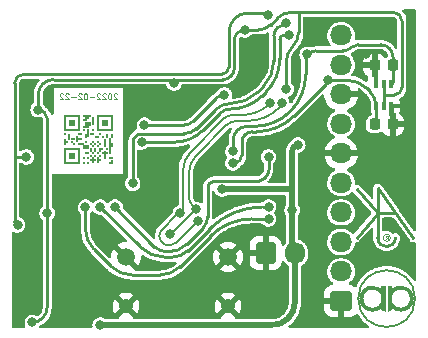
<source format=gbr>
%TF.GenerationSoftware,KiCad,Pcbnew,(6.0.2-0)*%
%TF.CreationDate,2022-02-22T18:22:15+00:00*%
%TF.ProjectId,Bell2,42656c6c-322e-46b6-9963-61645f706362,2*%
%TF.SameCoordinates,Original*%
%TF.FileFunction,Copper,L2,Bot*%
%TF.FilePolarity,Positive*%
%FSLAX46Y46*%
G04 Gerber Fmt 4.6, Leading zero omitted, Abs format (unit mm)*
G04 Created by KiCad (PCBNEW (6.0.2-0)) date 2022-02-22 18:22:15*
%MOMM*%
%LPD*%
G01*
G04 APERTURE LIST*
G04 Aperture macros list*
%AMRoundRect*
0 Rectangle with rounded corners*
0 $1 Rounding radius*
0 $2 $3 $4 $5 $6 $7 $8 $9 X,Y pos of 4 corners*
0 Add a 4 corners polygon primitive as box body*
4,1,4,$2,$3,$4,$5,$6,$7,$8,$9,$2,$3,0*
0 Add four circle primitives for the rounded corners*
1,1,$1+$1,$2,$3*
1,1,$1+$1,$4,$5*
1,1,$1+$1,$6,$7*
1,1,$1+$1,$8,$9*
0 Add four rect primitives between the rounded corners*
20,1,$1+$1,$2,$3,$4,$5,0*
20,1,$1+$1,$4,$5,$6,$7,0*
20,1,$1+$1,$6,$7,$8,$9,0*
20,1,$1+$1,$8,$9,$2,$3,0*%
G04 Aperture macros list end*
%ADD10C,0.100000*%
%TA.AperFunction,NonConductor*%
%ADD11C,0.100000*%
%TD*%
%TA.AperFunction,EtchedComponent*%
%ADD12C,0.375000*%
%TD*%
%TA.AperFunction,EtchedComponent*%
%ADD13C,0.200000*%
%TD*%
%TA.AperFunction,EtchedComponent*%
%ADD14C,0.250000*%
%TD*%
%TA.AperFunction,EtchedComponent*%
%ADD15C,0.080000*%
%TD*%
%TA.AperFunction,ComponentPad*%
%ADD16RoundRect,0.250000X0.675000X-0.600000X0.675000X0.600000X-0.675000X0.600000X-0.675000X-0.600000X0*%
%TD*%
%TA.AperFunction,ComponentPad*%
%ADD17O,1.850000X1.700000*%
%TD*%
%TA.AperFunction,ComponentPad*%
%ADD18RoundRect,0.250000X-0.600000X-0.675000X0.600000X-0.675000X0.600000X0.675000X-0.600000X0.675000X0*%
%TD*%
%TA.AperFunction,ComponentPad*%
%ADD19O,1.700000X1.850000*%
%TD*%
%TA.AperFunction,ComponentPad*%
%ADD20C,1.500000*%
%TD*%
%TA.AperFunction,ComponentPad*%
%ADD21C,1.250000*%
%TD*%
%TA.AperFunction,ComponentPad*%
%ADD22C,0.600000*%
%TD*%
%TA.AperFunction,SMDPad,CuDef*%
%ADD23R,0.200000X0.400000*%
%TD*%
%TA.AperFunction,SMDPad,CuDef*%
%ADD24R,0.200000X0.200000*%
%TD*%
%TA.AperFunction,SMDPad,CuDef*%
%ADD25R,0.200000X0.600000*%
%TD*%
%TA.AperFunction,SMDPad,CuDef*%
%ADD26R,1.000000X0.200000*%
%TD*%
%TA.AperFunction,SMDPad,CuDef*%
%ADD27R,0.200000X1.200000*%
%TD*%
%TA.AperFunction,SMDPad,CuDef*%
%ADD28R,0.600000X0.400000*%
%TD*%
%TA.AperFunction,SMDPad,CuDef*%
%ADD29R,0.400000X0.200000*%
%TD*%
%TA.AperFunction,SMDPad,CuDef*%
%ADD30R,0.600000X0.600000*%
%TD*%
%TA.AperFunction,SMDPad,CuDef*%
%ADD31R,0.800000X0.200000*%
%TD*%
%TA.AperFunction,SMDPad,CuDef*%
%ADD32R,1.400000X0.200000*%
%TD*%
%TA.AperFunction,SMDPad,CuDef*%
%ADD33R,0.600000X0.200000*%
%TD*%
%TA.AperFunction,SMDPad,CuDef*%
%ADD34R,0.200000X0.800000*%
%TD*%
%TA.AperFunction,SMDPad,CuDef*%
%ADD35R,0.200000X1.400000*%
%TD*%
%TA.AperFunction,SMDPad,CuDef*%
%ADD36RoundRect,0.225000X-0.225000X-0.250000X0.225000X-0.250000X0.225000X0.250000X-0.225000X0.250000X0*%
%TD*%
%TA.AperFunction,SMDPad,CuDef*%
%ADD37R,0.400000X0.650000*%
%TD*%
%TA.AperFunction,SMDPad,CuDef*%
%ADD38RoundRect,0.225000X0.225000X0.250000X-0.225000X0.250000X-0.225000X-0.250000X0.225000X-0.250000X0*%
%TD*%
%TA.AperFunction,ViaPad*%
%ADD39C,0.800000*%
%TD*%
%TA.AperFunction,Conductor*%
%ADD40C,0.250000*%
%TD*%
%TA.AperFunction,Conductor*%
%ADD41C,0.500000*%
%TD*%
%TA.AperFunction,Conductor*%
%ADD42C,0.200000*%
%TD*%
G04 APERTURE END LIST*
D10*
%TO.C,U7*%
D11*
X82428571Y-40423809D02*
X82404761Y-40400000D01*
X82357142Y-40376190D01*
X82238095Y-40376190D01*
X82190476Y-40400000D01*
X82166666Y-40423809D01*
X82142857Y-40471428D01*
X82142857Y-40519047D01*
X82166666Y-40590476D01*
X82452380Y-40876190D01*
X82142857Y-40876190D01*
X81833333Y-40376190D02*
X81785714Y-40376190D01*
X81738095Y-40400000D01*
X81714285Y-40423809D01*
X81690476Y-40471428D01*
X81666666Y-40566666D01*
X81666666Y-40685714D01*
X81690476Y-40780952D01*
X81714285Y-40828571D01*
X81738095Y-40852380D01*
X81785714Y-40876190D01*
X81833333Y-40876190D01*
X81880952Y-40852380D01*
X81904761Y-40828571D01*
X81928571Y-40780952D01*
X81952380Y-40685714D01*
X81952380Y-40566666D01*
X81928571Y-40471428D01*
X81904761Y-40423809D01*
X81880952Y-40400000D01*
X81833333Y-40376190D01*
X81476190Y-40423809D02*
X81452380Y-40400000D01*
X81404761Y-40376190D01*
X81285714Y-40376190D01*
X81238095Y-40400000D01*
X81214285Y-40423809D01*
X81190476Y-40471428D01*
X81190476Y-40519047D01*
X81214285Y-40590476D01*
X81500000Y-40876190D01*
X81190476Y-40876190D01*
X81000000Y-40423809D02*
X80976190Y-40400000D01*
X80928571Y-40376190D01*
X80809523Y-40376190D01*
X80761904Y-40400000D01*
X80738095Y-40423809D01*
X80714285Y-40471428D01*
X80714285Y-40519047D01*
X80738095Y-40590476D01*
X81023809Y-40876190D01*
X80714285Y-40876190D01*
X80500000Y-40685714D02*
X80119047Y-40685714D01*
X79785714Y-40376190D02*
X79738095Y-40376190D01*
X79690476Y-40400000D01*
X79666666Y-40423809D01*
X79642857Y-40471428D01*
X79619047Y-40566666D01*
X79619047Y-40685714D01*
X79642857Y-40780952D01*
X79666666Y-40828571D01*
X79690476Y-40852380D01*
X79738095Y-40876190D01*
X79785714Y-40876190D01*
X79833333Y-40852380D01*
X79857142Y-40828571D01*
X79880952Y-40780952D01*
X79904761Y-40685714D01*
X79904761Y-40566666D01*
X79880952Y-40471428D01*
X79857142Y-40423809D01*
X79833333Y-40400000D01*
X79785714Y-40376190D01*
X79428571Y-40423809D02*
X79404761Y-40400000D01*
X79357142Y-40376190D01*
X79238095Y-40376190D01*
X79190476Y-40400000D01*
X79166666Y-40423809D01*
X79142857Y-40471428D01*
X79142857Y-40519047D01*
X79166666Y-40590476D01*
X79452380Y-40876190D01*
X79142857Y-40876190D01*
X78928571Y-40685714D02*
X78547619Y-40685714D01*
X78333333Y-40423809D02*
X78309523Y-40400000D01*
X78261904Y-40376190D01*
X78142857Y-40376190D01*
X78095238Y-40400000D01*
X78071428Y-40423809D01*
X78047619Y-40471428D01*
X78047619Y-40519047D01*
X78071428Y-40590476D01*
X78357142Y-40876190D01*
X78047619Y-40876190D01*
X77857142Y-40423809D02*
X77833333Y-40400000D01*
X77785714Y-40376190D01*
X77666666Y-40376190D01*
X77619047Y-40400000D01*
X77595238Y-40423809D01*
X77571428Y-40471428D01*
X77571428Y-40519047D01*
X77595238Y-40590476D01*
X77880952Y-40876190D01*
X77571428Y-40876190D01*
D12*
%TO.C,U6*%
X107387500Y-57750000D02*
G75*
G03*
X107387500Y-57750000I-937500J0D01*
G01*
D13*
X107650000Y-57750000D02*
G75*
G03*
X107650000Y-57750000I-2400000J0D01*
G01*
D12*
X104987500Y-57750000D02*
G75*
G03*
X104987500Y-57750000I-937500J0D01*
G01*
G36*
X105175000Y-58850000D02*
G01*
X104800000Y-58675000D01*
X104800000Y-56650000D01*
X105175000Y-56650000D01*
X105175000Y-58850000D01*
G37*
G36*
X105700000Y-58675000D02*
G01*
X105325000Y-58850000D01*
X105325000Y-56650000D01*
X105700000Y-56650000D01*
X105700000Y-58675000D01*
G37*
D14*
%TO.C,AJK1*%
X104500000Y-50500000D02*
X106000000Y-50500000D01*
X104500000Y-50500000D02*
X102700000Y-52600000D01*
D15*
X105250000Y-52610000D02*
X105150000Y-52750000D01*
X105350000Y-52610000D02*
X105250000Y-52610000D01*
X105350000Y-52450000D02*
X105350000Y-52750000D01*
D14*
X104500000Y-48400000D02*
X107500000Y-52600000D01*
X102700000Y-48500000D02*
X104500000Y-50500000D01*
D15*
X105350000Y-52450000D02*
X105250000Y-52450000D01*
D14*
X104500000Y-48400000D02*
X104500000Y-52600000D01*
D15*
X105250000Y-52450000D02*
G75*
G03*
X105250000Y-52610000I0J-80000D01*
G01*
D14*
X104500000Y-52600000D02*
G75*
G03*
X106000000Y-52600000I750000J0D01*
G01*
D15*
X105570000Y-52610000D02*
G75*
G03*
X105570000Y-52610000I-300000J0D01*
G01*
%TD*%
D16*
%TO.P,J3,1,Pin_1*%
%TO.N,GND*%
X101400000Y-57950000D03*
D17*
%TO.P,J3,2,Pin_2*%
%TO.N,+12V*%
X101400000Y-55450000D03*
%TO.P,J3,3,Pin_3*%
%TO.N,BELL*%
X101400000Y-52950000D03*
%TO.P,J3,4,Pin_4*%
%TO.N,STB*%
X101400000Y-50450000D03*
%TO.P,J3,5,Pin_5*%
%TO.N,ENGHOLD*%
X101400000Y-47950000D03*
%TO.P,J3,6,Pin_6*%
%TO.N,GND*%
X101400000Y-45450000D03*
%TO.P,J3,7,Pin_7*%
%TO.N,FAULT*%
X101400000Y-42950000D03*
%TO.P,J3,8,Pin_8*%
%TO.N,GND*%
X101400000Y-40450000D03*
%TO.P,J3,9,Pin_9*%
%TO.N,T*%
X101400000Y-37950000D03*
%TO.P,J3,10,Pin_10*%
%TO.N,~{BACKLIGHT}*%
X101400000Y-35450000D03*
%TD*%
D18*
%TO.P,J2,1,Pin_1*%
%TO.N,GND*%
X95000000Y-53900000D03*
D19*
%TO.P,J2,2,Pin_2*%
%TO.N,+12V*%
X97500000Y-53900000D03*
%TD*%
D20*
%TO.P,J1,S1,SHIELD*%
%TO.N,GND*%
X83180000Y-54220000D03*
D21*
X91820000Y-58390000D03*
D20*
X91820000Y-54220000D03*
D22*
X90390000Y-54710000D03*
D21*
X83180000Y-58390000D03*
D22*
X84610000Y-54710000D03*
%TD*%
D23*
%TO.P,U7,*%
%TO.N,*%
X82000000Y-44750000D03*
D24*
X81000000Y-45650000D03*
D25*
X78400000Y-44050000D03*
D24*
X81000000Y-46050000D03*
D26*
X78600000Y-46250000D03*
X78600000Y-43450000D03*
D24*
X80800000Y-45450000D03*
D27*
X79200000Y-45750000D03*
X80800000Y-42950000D03*
D24*
X78800000Y-44650000D03*
D28*
X80000000Y-42950000D03*
D23*
X80200000Y-45150000D03*
D29*
X79900000Y-42450000D03*
D24*
X79600000Y-43450000D03*
D27*
X82000000Y-42950000D03*
D25*
X80800000Y-46050000D03*
D23*
X82000000Y-46150000D03*
D24*
X80800000Y-44450000D03*
D29*
X81100000Y-45050000D03*
D24*
X81200000Y-45450000D03*
X80000000Y-46250000D03*
X80200000Y-46050000D03*
X80000000Y-45850000D03*
D30*
X78600000Y-42850000D03*
D31*
X79900000Y-42250000D03*
D24*
X80600000Y-45650000D03*
X78200000Y-44450000D03*
X80400000Y-45450000D03*
D27*
X78000000Y-45750000D03*
D24*
X81800000Y-46250000D03*
D23*
X82000000Y-43950000D03*
D27*
X79200000Y-42950000D03*
D25*
X78000000Y-44450000D03*
D24*
X80800000Y-44850000D03*
X80400000Y-44850000D03*
X80200000Y-44650000D03*
D26*
X81400000Y-43450000D03*
D29*
X79700000Y-42650000D03*
D24*
X80400000Y-44450000D03*
D32*
X78600000Y-42250000D03*
D33*
X79800000Y-43250000D03*
D29*
X80300000Y-43850000D03*
D23*
X80600000Y-45150000D03*
D24*
X79600000Y-45850000D03*
D34*
X80000000Y-43750000D03*
D23*
X81600000Y-43950000D03*
D34*
X81400000Y-45550000D03*
D32*
X81400000Y-42250000D03*
D23*
X79800000Y-43950000D03*
D29*
X79900000Y-45450000D03*
D24*
X81000000Y-43850000D03*
D32*
X78600000Y-45050000D03*
D34*
X80400000Y-42750000D03*
D30*
X81400000Y-42850000D03*
D29*
X81900000Y-45850000D03*
X79300000Y-43850000D03*
D25*
X80400000Y-46050000D03*
D29*
X80700000Y-44050000D03*
D24*
X81600000Y-45450000D03*
D33*
X79400000Y-44650000D03*
D24*
X80600000Y-44650000D03*
X81000000Y-44650000D03*
X80200000Y-45650000D03*
X80400000Y-43450000D03*
D34*
X81400000Y-44550000D03*
D24*
X79600000Y-46250000D03*
X81200000Y-44050000D03*
X78000000Y-43850000D03*
D35*
X81800000Y-44850000D03*
D24*
X81600000Y-45050000D03*
X80600000Y-46050000D03*
D29*
X79300000Y-44250000D03*
D25*
X79000000Y-44250000D03*
D29*
X78700000Y-44250000D03*
D30*
X78600000Y-45650000D03*
D28*
X79800000Y-44950000D03*
D24*
X78600000Y-44450000D03*
X79800000Y-44450000D03*
X81000000Y-45250000D03*
D27*
X78000000Y-42950000D03*
%TD*%
D36*
%TO.P,C3,1*%
%TO.N,IN2*%
X104225000Y-43000000D03*
%TO.P,C3,2*%
%TO.N,GND*%
X105775000Y-43000000D03*
%TD*%
D37*
%TO.P,D1,1,A1*%
%TO.N,GND*%
X105650000Y-41450000D03*
%TO.P,D1,2,K2*%
%TO.N,+3V3*%
X105000000Y-41450000D03*
%TO.P,D1,3,K1A2*%
%TO.N,IN2*%
X104350000Y-41450000D03*
%TO.P,D1,4,A3*%
%TO.N,GND*%
X104350000Y-39550000D03*
%TO.P,D1,5,K4*%
%TO.N,+3V3*%
X105000000Y-39550000D03*
%TO.P,D1,6,K3A4*%
%TO.N,IN1*%
X105650000Y-39550000D03*
%TD*%
D38*
%TO.P,C2,1*%
%TO.N,IN1*%
X105775000Y-38000000D03*
%TO.P,C2,2*%
%TO.N,GND*%
X104225000Y-38000000D03*
%TD*%
D39*
%TO.N,GND*%
X103500000Y-37000000D03*
X94700000Y-37600000D03*
X105500000Y-34500000D03*
X84000000Y-41250000D03*
X93200000Y-36150000D03*
X80750000Y-55250000D03*
X75500000Y-43500000D03*
%TO.N,+3V3*%
X76500000Y-50500000D03*
X96750000Y-40000000D03*
X87250000Y-39500000D03*
X75250000Y-59750000D03*
X93250000Y-35000000D03*
X75750000Y-41750000D03*
%TO.N,+12V*%
X97250000Y-50250000D03*
X97724500Y-44750000D03*
X91325000Y-48476426D03*
X81000000Y-60000000D03*
%TO.N,D-*%
X89113754Y-50185327D03*
X86874642Y-52291448D03*
X96373278Y-41190964D03*
%TO.N,D+*%
X87777352Y-50532486D03*
X95374143Y-41218077D03*
X89250000Y-51175500D03*
%TO.N,OUT1*%
X79750000Y-50000000D03*
X95250000Y-51000000D03*
%TO.N,OUT3*%
X95250000Y-45750000D03*
X82250000Y-50000000D03*
%TO.N,O*%
X84750000Y-43050999D03*
X91500000Y-40500000D03*
%TO.N,I*%
X97006908Y-35468493D03*
X84500000Y-44500000D03*
%TO.N,OUT2*%
X81000000Y-50000000D03*
X95262299Y-49987701D03*
%TO.N,EN*%
X74750000Y-45750000D03*
X74000000Y-51500000D03*
X95237701Y-33737701D03*
%TO.N,BOOT*%
X96700000Y-34450000D03*
X83750000Y-48000000D03*
%TO.N,IN2*%
X92227991Y-46256131D03*
X100250000Y-39250000D03*
%TO.N,IN1*%
X98528748Y-37076845D03*
X92250000Y-45250000D03*
%TD*%
D40*
%TO.N,+3V3*%
X96000000Y-34000000D02*
X95450000Y-34550000D01*
X76500000Y-42500000D02*
X76500000Y-50500000D01*
X105000000Y-41450000D02*
X105000000Y-40500000D01*
X105900000Y-40500000D02*
X105000000Y-40500000D01*
X92350000Y-38250000D02*
X92350000Y-35900000D01*
X75750000Y-40500000D02*
X75750000Y-41750000D01*
X87200000Y-39200000D02*
X77050000Y-39200000D01*
X106549520Y-34249520D02*
X106549520Y-39850480D01*
X87200000Y-39200000D02*
X91400000Y-39200000D01*
X94363604Y-35000000D02*
X93250000Y-35000000D01*
X76500000Y-50500000D02*
X76500000Y-58500000D01*
X96750000Y-37727817D02*
X96750000Y-40000000D01*
X97207106Y-33500000D02*
X105800000Y-33500000D01*
X87200000Y-39700000D02*
X87200000Y-39200000D01*
X97800000Y-33500000D02*
X97800000Y-35192894D01*
X105000000Y-40500000D02*
X105000000Y-39550000D01*
X75250000Y-59750000D02*
G75*
G03*
X76500000Y-58500000I-2J1250002D01*
G01*
X96750001Y-37727817D02*
G75*
G02*
X97300001Y-36400001I1877809J3D01*
G01*
X106549520Y-34249520D02*
G75*
G03*
X105800000Y-33500000I-749519J1D01*
G01*
X94363604Y-34999999D02*
G75*
G03*
X95449999Y-34549999I-4J1536405D01*
G01*
X75750000Y-40500000D02*
G75*
G02*
X77050000Y-39200000I1299999J1D01*
G01*
X97300000Y-36400000D02*
G75*
G03*
X97800000Y-35192894I-1207108J1207107D01*
G01*
X93250000Y-35000000D02*
G75*
G03*
X92350000Y-35900000I0J-900000D01*
G01*
X92350000Y-38250000D02*
G75*
G02*
X91400000Y-39200000I-950002J2D01*
G01*
X105900000Y-40500000D02*
G75*
G03*
X106549520Y-39850480I0J649520D01*
G01*
X76500000Y-42500000D02*
G75*
G03*
X75750000Y-41750000I-750000J0D01*
G01*
X96000000Y-34000000D02*
G75*
G02*
X97207106Y-33500000I1207107J-1207108D01*
G01*
D41*
%TO.N,+12V*%
X95500000Y-60000000D02*
X81000000Y-60000000D01*
X97250000Y-45224500D02*
X97250000Y-48400000D01*
X91325000Y-48476426D02*
X97173574Y-48476426D01*
X97500000Y-53900000D02*
X97500000Y-58000000D01*
X97250000Y-49250000D02*
X97250000Y-50250000D01*
X97250000Y-50250000D02*
X97250000Y-53650000D01*
X97250000Y-48400000D02*
X97250000Y-49250000D01*
X97500000Y-53900000D02*
G75*
G02*
X97250000Y-53650000I-1J249999D01*
G01*
X95500000Y-60000000D02*
G75*
G03*
X97500000Y-58000000I1J1999999D01*
G01*
X97250000Y-48400000D02*
G75*
G02*
X97173574Y-48476426I-76427J1D01*
G01*
X97250000Y-45224500D02*
G75*
G02*
X97724500Y-44750000I474501J-1D01*
G01*
D42*
%TO.N,D-*%
X88500000Y-49100000D02*
X88500000Y-47204594D01*
X92600000Y-42700000D02*
X93452533Y-42700000D01*
X89113754Y-50185327D02*
X88833453Y-49905026D01*
X87101672Y-52197409D02*
X89113754Y-50185327D01*
X96138879Y-41607327D02*
X96373278Y-41372928D01*
X89175000Y-45575000D02*
X91661091Y-43088909D01*
X96373278Y-41372928D02*
X96373278Y-41190964D01*
X88500001Y-49100000D02*
G75*
G03*
X88833454Y-49905025I1138470J-3D01*
G01*
X96173103Y-41573103D02*
G75*
G02*
X93452533Y-42700000I-2720570J2720570D01*
G01*
X92600000Y-42700000D02*
G75*
G03*
X91661091Y-43088909I-1J-1327815D01*
G01*
X89175000Y-45575000D02*
G75*
G03*
X88500000Y-47204594I1629596J-1629595D01*
G01*
X87101672Y-52197409D02*
G75*
G02*
X86874642Y-52291448I-227030J227029D01*
G01*
%TO.N,D+*%
X88000000Y-46919238D02*
X88000000Y-50693248D01*
X89250000Y-51175500D02*
X87405664Y-53019837D01*
X87419136Y-50680864D02*
X86200000Y-51900000D01*
X91517157Y-42482843D02*
X88650000Y-45350000D01*
X93003572Y-42200000D02*
X92200000Y-42200000D01*
X86000000Y-52382842D02*
X86000000Y-52400000D01*
X87419136Y-50680864D02*
G75*
G02*
X87777352Y-50532486I358215J-358214D01*
G01*
X86850000Y-53250000D02*
G75*
G02*
X86000000Y-52400000I-1J849999D01*
G01*
X93003572Y-42199999D02*
G75*
G03*
X95374143Y-41218077I3J3352486D01*
G01*
X88000001Y-46919238D02*
G75*
G02*
X88650001Y-45350001I2219239J-1D01*
G01*
X86850000Y-53250000D02*
G75*
G03*
X87405664Y-53019837I-3J785836D01*
G01*
X91517157Y-42482843D02*
G75*
G02*
X92200000Y-42200000I682845J-682848D01*
G01*
X86000001Y-52382842D02*
G75*
G02*
X86200001Y-51900001I682833J3D01*
G01*
D40*
%TO.N,OUT1*%
X95250000Y-51000000D02*
X93850609Y-51000000D01*
X79750000Y-51850000D02*
X79750000Y-50000000D01*
X86050000Y-55750000D02*
X83710660Y-55750000D01*
X81900000Y-55000000D02*
X80457107Y-53557107D01*
X90350000Y-52450000D02*
X87757107Y-55042893D01*
X79750000Y-51850000D02*
G75*
G03*
X80457107Y-53557107I2414211J-1D01*
G01*
X86050000Y-55750000D02*
G75*
G03*
X87757107Y-55042893I1J2414211D01*
G01*
X90350000Y-52450000D02*
G75*
G02*
X93850609Y-51000000I3500610J-3500611D01*
G01*
X81900000Y-55000000D02*
G75*
G03*
X83710660Y-55750000I1810662J1810664D01*
G01*
%TO.N,OUT3*%
X90087282Y-48217615D02*
X90155500Y-48075961D01*
X90750000Y-47750000D02*
X94250000Y-47750000D01*
X90376451Y-47855010D02*
X90518105Y-47786792D01*
X90671388Y-47751806D02*
X90750000Y-47750000D01*
X95134480Y-47222764D02*
X95209717Y-47041127D01*
X94250000Y-47750000D02*
X94348302Y-47748072D01*
X88370561Y-53108031D02*
X89689296Y-51789296D01*
X90155500Y-48075961D02*
X90253528Y-47953038D01*
X94722764Y-47634480D02*
X94886234Y-47525253D01*
X95025253Y-47386234D02*
X95134480Y-47222764D01*
X90087282Y-50828473D02*
X90087282Y-48217615D01*
X90253528Y-47953038D02*
X90376451Y-47855010D01*
X95250000Y-46750000D02*
X95250000Y-45750000D01*
X90518105Y-47786792D02*
X90671388Y-47751806D01*
X82250000Y-50000000D02*
X85590380Y-53340380D01*
X95209717Y-47041127D02*
X95248072Y-46848302D01*
X95248072Y-46848302D02*
X95250000Y-46750000D01*
X94348302Y-47748072D02*
X94541127Y-47709717D01*
X94886234Y-47525253D02*
X95025253Y-47386234D01*
X94541127Y-47709717D02*
X94722764Y-47634480D01*
X88370561Y-53108031D02*
G75*
G02*
X86700000Y-53800000I-1670562J1670563D01*
G01*
X86700000Y-53800000D02*
G75*
G02*
X85590380Y-53340380I3J1569246D01*
G01*
X90087281Y-50828473D02*
G75*
G02*
X89689296Y-51789296I-1358804J-2D01*
G01*
%TO.N,O*%
X84750000Y-43050999D02*
X88105738Y-43050999D01*
X88844849Y-42744849D02*
X90799570Y-40790127D01*
X88844849Y-42744849D02*
G75*
G02*
X88105738Y-43050999I-739112J739113D01*
G01*
X90799570Y-40790127D02*
G75*
G02*
X91500000Y-40500000I700432J-700437D01*
G01*
%TO.N,I*%
X95034315Y-40265685D02*
X94731371Y-40568629D01*
X84500000Y-44500000D02*
X87300432Y-44500000D01*
X96531507Y-35468493D02*
X97006908Y-35468493D01*
X96200000Y-37451472D02*
X96200000Y-35800000D01*
X89689644Y-43510356D02*
X91146446Y-42053553D01*
X91146446Y-42053553D02*
G75*
G02*
X92000000Y-41700000I853557J-853563D01*
G01*
X92000000Y-41699999D02*
G75*
G03*
X94731370Y-40568628I3J3862734D01*
G01*
X87300432Y-44500000D02*
G75*
G03*
X89689644Y-43510356I0J3378856D01*
G01*
X96200000Y-37451472D02*
G75*
G02*
X95034315Y-40265685I-3979903J2D01*
G01*
X96531507Y-35468493D02*
G75*
G03*
X96200000Y-35800000I-1J-331506D01*
G01*
%TO.N,OUT2*%
X88440090Y-53674206D02*
X90274305Y-51839991D01*
X95262299Y-49987701D02*
X94746128Y-49987701D01*
X86550000Y-54250000D02*
X87050000Y-54250000D01*
X81000000Y-50000000D02*
X84330761Y-53330761D01*
X86550000Y-54250000D02*
G75*
G02*
X84330761Y-53330761I4J3138486D01*
G01*
X88440090Y-53674206D02*
G75*
G02*
X87050000Y-54250000I-1390091J1390092D01*
G01*
X90274305Y-51839991D02*
G75*
G02*
X94746128Y-49987701I4471821J-4471818D01*
G01*
%TO.N,EN*%
X95050489Y-33550489D02*
X95237701Y-33737701D01*
X74750000Y-45750000D02*
X73750000Y-45750000D01*
X74499511Y-38750489D02*
X91299511Y-38750489D01*
X73750000Y-45750000D02*
X73750000Y-39500000D01*
X93549511Y-33550489D02*
X95050489Y-33550489D01*
X73750000Y-45750000D02*
X73750000Y-51250000D01*
X91900000Y-38150000D02*
X91900000Y-35200000D01*
X93549511Y-33550489D02*
G75*
G03*
X91900000Y-35200000I1J-1649512D01*
G01*
X74000000Y-51500000D02*
G75*
G02*
X73750000Y-51250000I-1J249999D01*
G01*
X91900000Y-38150000D02*
G75*
G02*
X91299511Y-38750489I-600488J-1D01*
G01*
X74499511Y-38750489D02*
G75*
G03*
X73750000Y-39500000I1J-749512D01*
G01*
%TO.N,BOOT*%
X83854900Y-44101536D02*
X83786625Y-44243310D01*
X83786625Y-44243310D02*
X83751610Y-44396722D01*
X90727774Y-41772226D02*
X89148765Y-43351235D01*
X84180937Y-43775499D02*
X83854900Y-44101536D01*
X83751610Y-44396722D02*
X83750000Y-44475400D01*
X88124501Y-43775499D02*
X84180937Y-43775499D01*
X94800000Y-39800000D02*
X94312699Y-40287301D01*
X83750000Y-44475400D02*
X83750000Y-48000000D01*
X96501578Y-34606144D02*
X96468009Y-34606144D01*
X95700000Y-35524264D02*
X95700000Y-37627208D01*
X94800000Y-39800000D02*
G75*
G03*
X95700000Y-37627208I-2172797J2172794D01*
G01*
X96000000Y-34800000D02*
G75*
G02*
X96468009Y-34606144I468008J-468005D01*
G01*
X88124501Y-43775498D02*
G75*
G03*
X89148764Y-43351234I-3J1448535D01*
G01*
X90727774Y-41772226D02*
G75*
G02*
X92050099Y-41224501I1322325J-1322324D01*
G01*
X95700000Y-35524264D02*
G75*
G02*
X96000000Y-34800000I1024258J2D01*
G01*
X92050099Y-41224501D02*
G75*
G03*
X94312699Y-40287301I1J3199796D01*
G01*
%TO.N,IN2*%
X104350000Y-41450000D02*
X104350000Y-42875000D01*
X104350000Y-42875000D02*
X104225000Y-43000000D01*
X97400000Y-42300000D02*
X100108578Y-39591422D01*
X92227991Y-46256131D02*
X92343869Y-46256131D01*
X93000000Y-45600000D02*
X93000000Y-44500000D01*
X101904398Y-39250000D02*
X100250000Y-39250000D01*
X94230862Y-43612700D02*
X93887300Y-43612700D01*
X103836656Y-40210678D02*
X103562989Y-39937011D01*
X93000000Y-45600000D02*
G75*
G02*
X92343869Y-46256131I-656130J-1D01*
G01*
X93000000Y-44500000D02*
G75*
G02*
X93887300Y-43612700I887299J1D01*
G01*
X97400000Y-42300000D02*
G75*
G02*
X94230862Y-43612700I-3169140J3169143D01*
G01*
X103836656Y-40210678D02*
G75*
G02*
X104350000Y-41450000I-1239326J-1239324D01*
G01*
X101904398Y-39250001D02*
G75*
G02*
X103562988Y-39937012I-3J-2345608D01*
G01*
X100250000Y-39250000D02*
G75*
G02*
X100108578Y-39591422I-482840J-1D01*
G01*
%TO.N,IN1*%
X105775000Y-38000000D02*
X105775000Y-39425000D01*
X100374520Y-36775480D02*
X101549578Y-36775480D01*
X105775000Y-37275000D02*
X105775000Y-38000000D01*
X100374520Y-36775480D02*
X99256307Y-36775480D01*
X98399020Y-38599020D02*
X98399020Y-37390036D01*
X102818198Y-36250000D02*
X104750000Y-36250000D01*
X105775000Y-39425000D02*
X105650000Y-39550000D01*
X94050392Y-43163189D02*
X93436811Y-43163189D01*
X92250000Y-44350000D02*
X92250000Y-45250000D01*
X98399020Y-38599020D02*
X98399020Y-38763889D01*
X102275000Y-36475000D02*
G75*
G02*
X101549578Y-36775480I-725425J725428D01*
G01*
X97100000Y-41900000D02*
G75*
G03*
X98399020Y-38763889I-3136107J3136110D01*
G01*
X94050392Y-43163188D02*
G75*
G03*
X97099999Y-41899999I-4J4312806D01*
G01*
X92250000Y-44350000D02*
G75*
G02*
X93436811Y-43163189I1186811J0D01*
G01*
X98528748Y-37076845D02*
G75*
G02*
X99256307Y-36775480I727558J-727557D01*
G01*
X102818198Y-36250000D02*
G75*
G03*
X102275000Y-36475000I3J-768205D01*
G01*
X98528748Y-37076845D02*
G75*
G03*
X98399020Y-37390036I313192J-313191D01*
G01*
X105775000Y-37275000D02*
G75*
G03*
X104750000Y-36250000I-1025002J-2D01*
G01*
%TD*%
%TA.AperFunction,Conductor*%
%TO.N,GND*%
G36*
X95284344Y-35227866D02*
G01*
X95324487Y-35286423D01*
X95329504Y-35340642D01*
X95329523Y-35340643D01*
X95322600Y-35446269D01*
X95322352Y-35450050D01*
X95321386Y-35456963D01*
X95320982Y-35458115D01*
X95320500Y-35463680D01*
X95320500Y-35474181D01*
X95320230Y-35482420D01*
X95319079Y-35499985D01*
X95317799Y-35511443D01*
X95315769Y-35524265D01*
X95317320Y-35534057D01*
X95318949Y-35544342D01*
X95320500Y-35564053D01*
X95320500Y-37587420D01*
X95318949Y-37607130D01*
X95315769Y-37627208D01*
X95317321Y-37637005D01*
X95317321Y-37639263D01*
X95318506Y-37662718D01*
X95314850Y-37727816D01*
X95305080Y-37901797D01*
X95303962Y-37921696D01*
X95302380Y-37935737D01*
X95254158Y-38219546D01*
X95251014Y-38233321D01*
X95171319Y-38509948D01*
X95166652Y-38523285D01*
X95110485Y-38658885D01*
X95060384Y-38779841D01*
X95056488Y-38789246D01*
X95050359Y-38801973D01*
X95020805Y-38855447D01*
X94911107Y-39053930D01*
X94903590Y-39065894D01*
X94737001Y-39300679D01*
X94728191Y-39311726D01*
X94555352Y-39505133D01*
X94537928Y-39520880D01*
X94536328Y-39522480D01*
X94528307Y-39528308D01*
X94522479Y-39536330D01*
X94516357Y-39544756D01*
X94503515Y-39559791D01*
X94072489Y-39990817D01*
X94057455Y-40003658D01*
X94049836Y-40009194D01*
X94041006Y-40015609D01*
X94035180Y-40023628D01*
X94035179Y-40023629D01*
X94035097Y-40023742D01*
X94017778Y-40043039D01*
X93843864Y-40200665D01*
X93834306Y-40208509D01*
X93621948Y-40366005D01*
X93611667Y-40372875D01*
X93384889Y-40508801D01*
X93373984Y-40514630D01*
X93134977Y-40627672D01*
X93123553Y-40632404D01*
X92874615Y-40721475D01*
X92862783Y-40725064D01*
X92716110Y-40761804D01*
X92606310Y-40789308D01*
X92594188Y-40791718D01*
X92332655Y-40830514D01*
X92320359Y-40831724D01*
X92262318Y-40834576D01*
X92193299Y-40817941D01*
X92144230Y-40766631D01*
X92130690Y-40696937D01*
X92134260Y-40677063D01*
X92136842Y-40670641D01*
X92142577Y-40630342D01*
X92158581Y-40517891D01*
X92158581Y-40517888D01*
X92159162Y-40513807D01*
X92159307Y-40500000D01*
X92157609Y-40485964D01*
X92151972Y-40439387D01*
X92140276Y-40342733D01*
X92084280Y-40194546D01*
X92033390Y-40120500D01*
X91998855Y-40070251D01*
X91998854Y-40070249D01*
X91994553Y-40063992D01*
X91876275Y-39958611D01*
X91868889Y-39954700D01*
X91784473Y-39910004D01*
X91736274Y-39884484D01*
X91582633Y-39845892D01*
X91575034Y-39845852D01*
X91575033Y-39845852D01*
X91509181Y-39845507D01*
X91424221Y-39845062D01*
X91416841Y-39846834D01*
X91416839Y-39846834D01*
X91277563Y-39880271D01*
X91277560Y-39880272D01*
X91270184Y-39882043D01*
X91129414Y-39954700D01*
X91010039Y-40058838D01*
X91002018Y-40070251D01*
X90923887Y-40181420D01*
X90918950Y-40188444D01*
X90916004Y-40196000D01*
X90907253Y-40218446D01*
X90863873Y-40274648D01*
X90845588Y-40285683D01*
X90817206Y-40299679D01*
X90817201Y-40299682D01*
X90813502Y-40301506D01*
X90664173Y-40401284D01*
X90661085Y-40403992D01*
X90661072Y-40404002D01*
X90585425Y-40470342D01*
X90579601Y-40474739D01*
X90578338Y-40475346D01*
X90574062Y-40478940D01*
X90565860Y-40487142D01*
X90559857Y-40492766D01*
X90548009Y-40503156D01*
X90539005Y-40510350D01*
X90535901Y-40512605D01*
X90535900Y-40512606D01*
X90527879Y-40518434D01*
X90522052Y-40526454D01*
X90522050Y-40526456D01*
X90515936Y-40534872D01*
X90503096Y-40549906D01*
X90027304Y-41025699D01*
X89076004Y-41977000D01*
X88604637Y-42448367D01*
X88589601Y-42461209D01*
X88573157Y-42473156D01*
X88567326Y-42481182D01*
X88560317Y-42488191D01*
X88559854Y-42487728D01*
X88549699Y-42498499D01*
X88485203Y-42551429D01*
X88464676Y-42565145D01*
X88413416Y-42592544D01*
X88371460Y-42614970D01*
X88348640Y-42624422D01*
X88247495Y-42655104D01*
X88223273Y-42659922D01*
X88140247Y-42668100D01*
X88125449Y-42667664D01*
X88125449Y-42668319D01*
X88115531Y-42668319D01*
X88105738Y-42666768D01*
X88085661Y-42669948D01*
X88065950Y-42671499D01*
X85349682Y-42671499D01*
X85281561Y-42651497D01*
X85255114Y-42625859D01*
X85253878Y-42626948D01*
X85248855Y-42621250D01*
X85244553Y-42614991D01*
X85126275Y-42509610D01*
X85118889Y-42505699D01*
X85019088Y-42452857D01*
X84986274Y-42435483D01*
X84832633Y-42396891D01*
X84825034Y-42396851D01*
X84825033Y-42396851D01*
X84759181Y-42396506D01*
X84674221Y-42396061D01*
X84666841Y-42397833D01*
X84666839Y-42397833D01*
X84527563Y-42431270D01*
X84527560Y-42431271D01*
X84520184Y-42433042D01*
X84379414Y-42505699D01*
X84260039Y-42609837D01*
X84168950Y-42739443D01*
X84166190Y-42746523D01*
X84132926Y-42831841D01*
X84111406Y-42887036D01*
X84110414Y-42894569D01*
X84110414Y-42894570D01*
X84096771Y-42998203D01*
X84090729Y-43044095D01*
X84108113Y-43201552D01*
X84110723Y-43208685D01*
X84110724Y-43208688D01*
X84126989Y-43253136D01*
X84131615Y-43323982D01*
X84097204Y-43386082D01*
X84056277Y-43411429D01*
X84056312Y-43411494D01*
X84055231Y-43412077D01*
X84055222Y-43412083D01*
X84047145Y-43416441D01*
X84047144Y-43416441D01*
X84011205Y-43435833D01*
X84005912Y-43438530D01*
X83966855Y-43457284D01*
X83966851Y-43457287D01*
X83959705Y-43460718D01*
X83955429Y-43464313D01*
X83953506Y-43466236D01*
X83951574Y-43468008D01*
X83951495Y-43468051D01*
X83951382Y-43467927D01*
X83950842Y-43468403D01*
X83945123Y-43471489D01*
X83938056Y-43479134D01*
X83908521Y-43511085D01*
X83905091Y-43514651D01*
X83602733Y-43817009D01*
X83602604Y-43817080D01*
X83602633Y-43817109D01*
X83542118Y-43877488D01*
X83539269Y-43882293D01*
X83538086Y-43884748D01*
X83538083Y-43884755D01*
X83531923Y-43897547D01*
X83520917Y-43916134D01*
X83509386Y-43932270D01*
X83506402Y-43942248D01*
X83502718Y-43954565D01*
X83495523Y-43973132D01*
X83457248Y-44052612D01*
X83450338Y-44065098D01*
X83431829Y-44094481D01*
X83430121Y-44099799D01*
X83422205Y-44134484D01*
X83420081Y-44143788D01*
X83418197Y-44151039D01*
X83404596Y-44197658D01*
X83405035Y-44207197D01*
X83403225Y-44217636D01*
X83389203Y-44279072D01*
X83384366Y-44295206D01*
X83374025Y-44322833D01*
X83373429Y-44328387D01*
X83372404Y-44378463D01*
X83372207Y-44383365D01*
X83369001Y-44437226D01*
X83369001Y-44437227D01*
X83368464Y-44437195D01*
X83367473Y-44442634D01*
X83370500Y-44442634D01*
X83370500Y-44470190D01*
X83370474Y-44472768D01*
X83369934Y-44499153D01*
X83370412Y-44502440D01*
X83370500Y-44505274D01*
X83370500Y-47405187D01*
X83350498Y-47473308D01*
X83327330Y-47500135D01*
X83260039Y-47558838D01*
X83168950Y-47688444D01*
X83143706Y-47753192D01*
X83114542Y-47827994D01*
X83111406Y-47836037D01*
X83110414Y-47843570D01*
X83110414Y-47843571D01*
X83094347Y-47965616D01*
X83090729Y-47993096D01*
X83099421Y-48071825D01*
X83105880Y-48130325D01*
X83108113Y-48150553D01*
X83110723Y-48157684D01*
X83110723Y-48157686D01*
X83150850Y-48267338D01*
X83162553Y-48299319D01*
X83166789Y-48305622D01*
X83166789Y-48305623D01*
X83238581Y-48412460D01*
X83250908Y-48430805D01*
X83256527Y-48435918D01*
X83256528Y-48435919D01*
X83324347Y-48497629D01*
X83368076Y-48537419D01*
X83507293Y-48613008D01*
X83660522Y-48653207D01*
X83744477Y-48654526D01*
X83811319Y-48655576D01*
X83811322Y-48655576D01*
X83818916Y-48655695D01*
X83973332Y-48620329D01*
X84043742Y-48584917D01*
X84108072Y-48552563D01*
X84108075Y-48552561D01*
X84114855Y-48549151D01*
X84120626Y-48544222D01*
X84120629Y-48544220D01*
X84229536Y-48451204D01*
X84229536Y-48451203D01*
X84235314Y-48446269D01*
X84327755Y-48317624D01*
X84386842Y-48170641D01*
X84399695Y-48080328D01*
X84408581Y-48017891D01*
X84408581Y-48017888D01*
X84409162Y-48013807D01*
X84409307Y-48000000D01*
X84390276Y-47842733D01*
X84334280Y-47694546D01*
X84301271Y-47646518D01*
X84248855Y-47570251D01*
X84248854Y-47570249D01*
X84244553Y-47563992D01*
X84171681Y-47499065D01*
X84134126Y-47438816D01*
X84129500Y-47404989D01*
X84129500Y-45242802D01*
X84149502Y-45174681D01*
X84203158Y-45128188D01*
X84273432Y-45118084D01*
X84287473Y-45120926D01*
X84403171Y-45151279D01*
X84403175Y-45151280D01*
X84410522Y-45153207D01*
X84494477Y-45154526D01*
X84561319Y-45155576D01*
X84561322Y-45155576D01*
X84568916Y-45155695D01*
X84723332Y-45120329D01*
X84793742Y-45084917D01*
X84858072Y-45052563D01*
X84858075Y-45052561D01*
X84864855Y-45049151D01*
X84870626Y-45044222D01*
X84870629Y-45044220D01*
X84979542Y-44951199D01*
X84979543Y-44951198D01*
X84985314Y-44946269D01*
X84994093Y-44934051D01*
X84995586Y-44931974D01*
X85051581Y-44888326D01*
X85097909Y-44879500D01*
X87260644Y-44879500D01*
X87280355Y-44881051D01*
X87290638Y-44882680D01*
X87290639Y-44882680D01*
X87300432Y-44884231D01*
X87310228Y-44882679D01*
X87314148Y-44882679D01*
X87317606Y-44882331D01*
X87392951Y-44879041D01*
X87628306Y-44868766D01*
X87790996Y-44847347D01*
X87950947Y-44826290D01*
X87950956Y-44826288D01*
X87953686Y-44825929D01*
X87956381Y-44825332D01*
X87956384Y-44825331D01*
X88271409Y-44755491D01*
X88271408Y-44755491D01*
X88274093Y-44754896D01*
X88276710Y-44754071D01*
X88276717Y-44754069D01*
X88468961Y-44693454D01*
X88539944Y-44692046D01*
X88600419Y-44729237D01*
X88631187Y-44793220D01*
X88622479Y-44863681D01*
X88595945Y-44902717D01*
X88426076Y-45072586D01*
X88411042Y-45085427D01*
X88410203Y-45086037D01*
X88396206Y-45096206D01*
X88394082Y-45099130D01*
X88203839Y-45312011D01*
X88036559Y-45547770D01*
X87896728Y-45800776D01*
X87786103Y-46067847D01*
X87706077Y-46345625D01*
X87657655Y-46630617D01*
X87641647Y-46915668D01*
X87641081Y-46919238D01*
X87642633Y-46929035D01*
X87643949Y-46937346D01*
X87645500Y-46957057D01*
X87645500Y-49791679D01*
X87625498Y-49859800D01*
X87571842Y-49906293D01*
X87561899Y-49909722D01*
X87562042Y-49910107D01*
X87554916Y-49912757D01*
X87547536Y-49914529D01*
X87406766Y-49987186D01*
X87287391Y-50091324D01*
X87196302Y-50220930D01*
X87138758Y-50368523D01*
X87130967Y-50427708D01*
X87130487Y-50431351D01*
X87101765Y-50496279D01*
X87094660Y-50504001D01*
X85976077Y-51622585D01*
X85961043Y-51635426D01*
X85954229Y-51640376D01*
X85954226Y-51640379D01*
X85946207Y-51646205D01*
X85940379Y-51654226D01*
X85940377Y-51654228D01*
X85940059Y-51654666D01*
X85933947Y-51662419D01*
X85841021Y-51771222D01*
X85755706Y-51910442D01*
X85753813Y-51915012D01*
X85753812Y-51915014D01*
X85751820Y-51919823D01*
X85693221Y-52061295D01*
X85692065Y-52066110D01*
X85658438Y-52206176D01*
X85655103Y-52220065D01*
X85647956Y-52310889D01*
X85647926Y-52311266D01*
X85646883Y-52318393D01*
X85645950Y-52321050D01*
X85645500Y-52326246D01*
X85645500Y-52337138D01*
X85645112Y-52347019D01*
X85643879Y-52362693D01*
X85642715Y-52372528D01*
X85641081Y-52382844D01*
X85642440Y-52391422D01*
X85641081Y-52400000D01*
X85642460Y-52408709D01*
X85642631Y-52410883D01*
X85642631Y-52411814D01*
X85642848Y-52413643D01*
X85653853Y-52553471D01*
X85639257Y-52622951D01*
X85589415Y-52673510D01*
X85520150Y-52689097D01*
X85453454Y-52664762D01*
X85439146Y-52652452D01*
X82940143Y-50153449D01*
X82906117Y-50091137D01*
X82904495Y-50046601D01*
X82908581Y-50017892D01*
X82908581Y-50017886D01*
X82909162Y-50013807D01*
X82909307Y-50000000D01*
X82890276Y-49842733D01*
X82834280Y-49694546D01*
X82818471Y-49671544D01*
X82748855Y-49570251D01*
X82748854Y-49570249D01*
X82744553Y-49563992D01*
X82626275Y-49458611D01*
X82618889Y-49454700D01*
X82492988Y-49388039D01*
X82492989Y-49388039D01*
X82486274Y-49384484D01*
X82332633Y-49345892D01*
X82325034Y-49345852D01*
X82325033Y-49345852D01*
X82259181Y-49345507D01*
X82174221Y-49345062D01*
X82166841Y-49346834D01*
X82166839Y-49346834D01*
X82027563Y-49380271D01*
X82027560Y-49380272D01*
X82020184Y-49382043D01*
X81879414Y-49454700D01*
X81760039Y-49558838D01*
X81755672Y-49565052D01*
X81755669Y-49565055D01*
X81728265Y-49604047D01*
X81672731Y-49648279D01*
X81602099Y-49655465D01*
X81538794Y-49623324D01*
X81521338Y-49602965D01*
X81494553Y-49563992D01*
X81376275Y-49458611D01*
X81368889Y-49454700D01*
X81242988Y-49388039D01*
X81242989Y-49388039D01*
X81236274Y-49384484D01*
X81082633Y-49345892D01*
X81075034Y-49345852D01*
X81075033Y-49345852D01*
X81009181Y-49345507D01*
X80924221Y-49345062D01*
X80916841Y-49346834D01*
X80916839Y-49346834D01*
X80777563Y-49380271D01*
X80777560Y-49380272D01*
X80770184Y-49382043D01*
X80629414Y-49454700D01*
X80510039Y-49558838D01*
X80505672Y-49565052D01*
X80505669Y-49565055D01*
X80478265Y-49604047D01*
X80422731Y-49648279D01*
X80352099Y-49655465D01*
X80288794Y-49623324D01*
X80271338Y-49602965D01*
X80244553Y-49563992D01*
X80126275Y-49458611D01*
X80118889Y-49454700D01*
X79992988Y-49388039D01*
X79992989Y-49388039D01*
X79986274Y-49384484D01*
X79832633Y-49345892D01*
X79825034Y-49345852D01*
X79825033Y-49345852D01*
X79759181Y-49345507D01*
X79674221Y-49345062D01*
X79666841Y-49346834D01*
X79666839Y-49346834D01*
X79527563Y-49380271D01*
X79527560Y-49380272D01*
X79520184Y-49382043D01*
X79379414Y-49454700D01*
X79260039Y-49558838D01*
X79168950Y-49688444D01*
X79166190Y-49695524D01*
X79124782Y-49801730D01*
X79111406Y-49836037D01*
X79110414Y-49843570D01*
X79110414Y-49843571D01*
X79093002Y-49975834D01*
X79090729Y-49993096D01*
X79095430Y-50035673D01*
X79103518Y-50108930D01*
X79108113Y-50150553D01*
X79110723Y-50157684D01*
X79110723Y-50157686D01*
X79149558Y-50263807D01*
X79162553Y-50299319D01*
X79166789Y-50305622D01*
X79166789Y-50305623D01*
X79235373Y-50407686D01*
X79250908Y-50430805D01*
X79256527Y-50435918D01*
X79256528Y-50435919D01*
X79329299Y-50502135D01*
X79366222Y-50562775D01*
X79370500Y-50595329D01*
X79370500Y-51810212D01*
X79368949Y-51829922D01*
X79365769Y-51850000D01*
X79367320Y-51859795D01*
X79367320Y-51861946D01*
X79368077Y-51869264D01*
X79380412Y-52120329D01*
X79380600Y-52124162D01*
X79420876Y-52395684D01*
X79430178Y-52432819D01*
X79480095Y-52632099D01*
X79487572Y-52661950D01*
X79488609Y-52664849D01*
X79488612Y-52664858D01*
X79522025Y-52758240D01*
X79580046Y-52920397D01*
X79581362Y-52923180D01*
X79581366Y-52923189D01*
X79696091Y-53165754D01*
X79697407Y-53168536D01*
X79698990Y-53171177D01*
X79836935Y-53401326D01*
X79836941Y-53401335D01*
X79838524Y-53403976D01*
X79840367Y-53406461D01*
X79995175Y-53615194D01*
X80002040Y-53624451D01*
X80038761Y-53664966D01*
X80173422Y-53813541D01*
X80178062Y-53819252D01*
X80179585Y-53820775D01*
X80185415Y-53828800D01*
X80193438Y-53834629D01*
X80193439Y-53834630D01*
X80201863Y-53840750D01*
X80216898Y-53853592D01*
X81603519Y-55240213D01*
X81616359Y-55255246D01*
X81628308Y-55271692D01*
X81636333Y-55277522D01*
X81638465Y-55279654D01*
X81642235Y-55282717D01*
X81695869Y-55331328D01*
X81843193Y-55464855D01*
X81845676Y-55466696D01*
X81845679Y-55466699D01*
X82025878Y-55600344D01*
X82075225Y-55636942D01*
X82077866Y-55638525D01*
X82077875Y-55638531D01*
X82261698Y-55748710D01*
X82323007Y-55785457D01*
X82325785Y-55786771D01*
X82325789Y-55786773D01*
X82398527Y-55821175D01*
X82584153Y-55908969D01*
X82587061Y-55910009D01*
X82587067Y-55910012D01*
X82646882Y-55931414D01*
X82856147Y-56006291D01*
X82859152Y-56007044D01*
X82859153Y-56007044D01*
X82987195Y-56039117D01*
X83136371Y-56076483D01*
X83422126Y-56118871D01*
X83425212Y-56119023D01*
X83425216Y-56119023D01*
X83693013Y-56132179D01*
X83697849Y-56132679D01*
X83700863Y-56132679D01*
X83710660Y-56134231D01*
X83720453Y-56132680D01*
X83720454Y-56132680D01*
X83730737Y-56131051D01*
X83750448Y-56129500D01*
X86010212Y-56129500D01*
X86029922Y-56131051D01*
X86050000Y-56134231D01*
X86059795Y-56132680D01*
X86061946Y-56132680D01*
X86069264Y-56131923D01*
X86321072Y-56119552D01*
X86321076Y-56119552D01*
X86324162Y-56119400D01*
X86595684Y-56079124D01*
X86649998Y-56065519D01*
X86858949Y-56013180D01*
X86858955Y-56013178D01*
X86861950Y-56012428D01*
X86864849Y-56011391D01*
X86864858Y-56011388D01*
X86991174Y-55966191D01*
X87120397Y-55919954D01*
X87123180Y-55918638D01*
X87123189Y-55918634D01*
X87365754Y-55803909D01*
X87365757Y-55803907D01*
X87368536Y-55802593D01*
X87458435Y-55748710D01*
X87601326Y-55663065D01*
X87601335Y-55663059D01*
X87603976Y-55661476D01*
X87670473Y-55612158D01*
X87821965Y-55499804D01*
X87821968Y-55499801D01*
X87824451Y-55497960D01*
X87906494Y-55423600D01*
X88013541Y-55326578D01*
X88019252Y-55321938D01*
X88020775Y-55320415D01*
X88028800Y-55314585D01*
X88040750Y-55298137D01*
X88053592Y-55283102D01*
X88066533Y-55270161D01*
X91134393Y-55270161D01*
X91143687Y-55282175D01*
X91184088Y-55310464D01*
X91193584Y-55315947D01*
X91383113Y-55404326D01*
X91393405Y-55408072D01*
X91595401Y-55462196D01*
X91606196Y-55464099D01*
X91814525Y-55482326D01*
X91825475Y-55482326D01*
X92033804Y-55464099D01*
X92044599Y-55462196D01*
X92246595Y-55408072D01*
X92256887Y-55404326D01*
X92446416Y-55315947D01*
X92455912Y-55310464D01*
X92497148Y-55281590D01*
X92505523Y-55271112D01*
X92498457Y-55257668D01*
X91832811Y-54592021D01*
X91818868Y-54584408D01*
X91817034Y-54584539D01*
X91810420Y-54588790D01*
X91140820Y-55258391D01*
X91134393Y-55270161D01*
X88066533Y-55270161D01*
X89111219Y-54225475D01*
X90557674Y-54225475D01*
X90575901Y-54433804D01*
X90577804Y-54444599D01*
X90631928Y-54646595D01*
X90635674Y-54656887D01*
X90724054Y-54846417D01*
X90729534Y-54855907D01*
X90758411Y-54897149D01*
X90768887Y-54905523D01*
X90782334Y-54898455D01*
X91447979Y-54232811D01*
X91454356Y-54221132D01*
X92184408Y-54221132D01*
X92184539Y-54222966D01*
X92188790Y-54229580D01*
X92858391Y-54899180D01*
X92870161Y-54905607D01*
X92882176Y-54896311D01*
X92910466Y-54855907D01*
X92915946Y-54846417D01*
X93004326Y-54656887D01*
X93008072Y-54646595D01*
X93014637Y-54622095D01*
X93642001Y-54622095D01*
X93642338Y-54628614D01*
X93652257Y-54724206D01*
X93655149Y-54737600D01*
X93706588Y-54891784D01*
X93712761Y-54904962D01*
X93798063Y-55042807D01*
X93807099Y-55054208D01*
X93921829Y-55168739D01*
X93933240Y-55177751D01*
X94071243Y-55262816D01*
X94084424Y-55268963D01*
X94238710Y-55320138D01*
X94252086Y-55323005D01*
X94346438Y-55332672D01*
X94352854Y-55333000D01*
X94727885Y-55333000D01*
X94743124Y-55328525D01*
X94744329Y-55327135D01*
X94746000Y-55319452D01*
X94746000Y-54172115D01*
X94741525Y-54156876D01*
X94740135Y-54155671D01*
X94732452Y-54154000D01*
X93660116Y-54154000D01*
X93644877Y-54158475D01*
X93643672Y-54159865D01*
X93642001Y-54167548D01*
X93642001Y-54622095D01*
X93014637Y-54622095D01*
X93062196Y-54444599D01*
X93064099Y-54433804D01*
X93082326Y-54225475D01*
X93082326Y-54214525D01*
X93064099Y-54006196D01*
X93062196Y-53995401D01*
X93008072Y-53793405D01*
X93004326Y-53783113D01*
X92931941Y-53627885D01*
X93642000Y-53627885D01*
X93646475Y-53643124D01*
X93647865Y-53644329D01*
X93655548Y-53646000D01*
X94727885Y-53646000D01*
X94743124Y-53641525D01*
X94744329Y-53640135D01*
X94746000Y-53632452D01*
X94746000Y-52485116D01*
X94741525Y-52469877D01*
X94740135Y-52468672D01*
X94732452Y-52467001D01*
X94352905Y-52467001D01*
X94346386Y-52467338D01*
X94250794Y-52477257D01*
X94237400Y-52480149D01*
X94083216Y-52531588D01*
X94070038Y-52537761D01*
X93932193Y-52623063D01*
X93920792Y-52632099D01*
X93806261Y-52746829D01*
X93797249Y-52758240D01*
X93712184Y-52896243D01*
X93706037Y-52909424D01*
X93654862Y-53063710D01*
X93651995Y-53077086D01*
X93642328Y-53171438D01*
X93642000Y-53177855D01*
X93642000Y-53627885D01*
X92931941Y-53627885D01*
X92915946Y-53593583D01*
X92910466Y-53584093D01*
X92881589Y-53542851D01*
X92871113Y-53534477D01*
X92857666Y-53541545D01*
X92192021Y-54207189D01*
X92184408Y-54221132D01*
X91454356Y-54221132D01*
X91455592Y-54218868D01*
X91455461Y-54217034D01*
X91451210Y-54210420D01*
X90781609Y-53540820D01*
X90769839Y-53534393D01*
X90757824Y-53543689D01*
X90729534Y-53584093D01*
X90724054Y-53593583D01*
X90635674Y-53783113D01*
X90631928Y-53793405D01*
X90577804Y-53995401D01*
X90575901Y-54006196D01*
X90557674Y-54214525D01*
X90557674Y-54225475D01*
X89111219Y-54225475D01*
X90167808Y-53168887D01*
X91134477Y-53168887D01*
X91141545Y-53182334D01*
X91807189Y-53847979D01*
X91821132Y-53855592D01*
X91822966Y-53855461D01*
X91829580Y-53851210D01*
X92499180Y-53181609D01*
X92505607Y-53169839D01*
X92496313Y-53157825D01*
X92455912Y-53129536D01*
X92446416Y-53124053D01*
X92256887Y-53035674D01*
X92246595Y-53031928D01*
X92044599Y-52977804D01*
X92033804Y-52975901D01*
X91825475Y-52957674D01*
X91814525Y-52957674D01*
X91606196Y-52975901D01*
X91595401Y-52977804D01*
X91393405Y-53031928D01*
X91383113Y-53035674D01*
X91193583Y-53124054D01*
X91184093Y-53129534D01*
X91142851Y-53158411D01*
X91134477Y-53168887D01*
X90167808Y-53168887D01*
X90590217Y-52746478D01*
X90605251Y-52733637D01*
X90613673Y-52727518D01*
X90621692Y-52721692D01*
X90628169Y-52712778D01*
X90644976Y-52693946D01*
X90908303Y-52452652D01*
X90916723Y-52445587D01*
X91224362Y-52209527D01*
X91233366Y-52203222D01*
X91463119Y-52056853D01*
X91560420Y-51994866D01*
X91569938Y-51989371D01*
X91664596Y-51940095D01*
X91913898Y-51810317D01*
X91923842Y-51805679D01*
X92282128Y-51657272D01*
X92292442Y-51653519D01*
X92662274Y-51536911D01*
X92672891Y-51534066D01*
X93051478Y-51450136D01*
X93062287Y-51448229D01*
X93446758Y-51397613D01*
X93457706Y-51396655D01*
X93814523Y-51381075D01*
X93839721Y-51382506D01*
X93850609Y-51384231D01*
X93860402Y-51382680D01*
X93860403Y-51382680D01*
X93870686Y-51381051D01*
X93890397Y-51379500D01*
X94650141Y-51379500D01*
X94718262Y-51399502D01*
X94745522Y-51423169D01*
X94746672Y-51424501D01*
X94750908Y-51430805D01*
X94756525Y-51435916D01*
X94853917Y-51524535D01*
X94868076Y-51537419D01*
X95007293Y-51613008D01*
X95160522Y-51653207D01*
X95244477Y-51654526D01*
X95311319Y-51655576D01*
X95311322Y-51655576D01*
X95318916Y-51655695D01*
X95473332Y-51620329D01*
X95543742Y-51584917D01*
X95608072Y-51552563D01*
X95608075Y-51552561D01*
X95614855Y-51549151D01*
X95620626Y-51544222D01*
X95620629Y-51544220D01*
X95729536Y-51451204D01*
X95729536Y-51451203D01*
X95735314Y-51446269D01*
X95827755Y-51317624D01*
X95886842Y-51170641D01*
X95903178Y-51055854D01*
X95908581Y-51017891D01*
X95908581Y-51017888D01*
X95909162Y-51013807D01*
X95909231Y-51007265D01*
X95909264Y-51004134D01*
X95909264Y-51004128D01*
X95909307Y-51000000D01*
X95890276Y-50842733D01*
X95834280Y-50694546D01*
X95778241Y-50613008D01*
X95750531Y-50572690D01*
X95728431Y-50505221D01*
X95746317Y-50436514D01*
X95752040Y-50427809D01*
X95840054Y-50305325D01*
X95899141Y-50158342D01*
X95913444Y-50057842D01*
X95920880Y-50005592D01*
X95920880Y-50005589D01*
X95921461Y-50001508D01*
X95921542Y-49993794D01*
X95921563Y-49991835D01*
X95921563Y-49991829D01*
X95921606Y-49987701D01*
X95902575Y-49830434D01*
X95846579Y-49682247D01*
X95823234Y-49648279D01*
X95761154Y-49557952D01*
X95761153Y-49557950D01*
X95756852Y-49551693D01*
X95745466Y-49541548D01*
X95710214Y-49510140D01*
X95638574Y-49446312D01*
X95631188Y-49442401D01*
X95521802Y-49384484D01*
X95498573Y-49372185D01*
X95344932Y-49333593D01*
X95337333Y-49333553D01*
X95337332Y-49333553D01*
X95271480Y-49333208D01*
X95186520Y-49332763D01*
X95179140Y-49334535D01*
X95179138Y-49334535D01*
X95039862Y-49367972D01*
X95039859Y-49367973D01*
X95032483Y-49369744D01*
X94891713Y-49442401D01*
X94885994Y-49447390D01*
X94778071Y-49541538D01*
X94772338Y-49546539D01*
X94767971Y-49552753D01*
X94767646Y-49553215D01*
X94767324Y-49553472D01*
X94762891Y-49558395D01*
X94762070Y-49557656D01*
X94712109Y-49597444D01*
X94669060Y-49606679D01*
X94565635Y-49610373D01*
X94267593Y-49621018D01*
X94265358Y-49621258D01*
X94265348Y-49621259D01*
X93793744Y-49671961D01*
X93793735Y-49671962D01*
X93791496Y-49672203D01*
X93789279Y-49672603D01*
X93789272Y-49672604D01*
X93322468Y-49756825D01*
X93322459Y-49756827D01*
X93320264Y-49757223D01*
X93318096Y-49757776D01*
X93318093Y-49757777D01*
X92895337Y-49865679D01*
X92856298Y-49875643D01*
X92401962Y-50026861D01*
X92399902Y-50027714D01*
X92399892Y-50027718D01*
X91961637Y-50209249D01*
X91961631Y-50209252D01*
X91959571Y-50210105D01*
X91957570Y-50211107D01*
X91957567Y-50211108D01*
X91879871Y-50250000D01*
X91531380Y-50424442D01*
X91119570Y-50668780D01*
X91117724Y-50670062D01*
X91117722Y-50670063D01*
X90734818Y-50935919D01*
X90726241Y-50941874D01*
X90724513Y-50943267D01*
X90724499Y-50943277D01*
X90671974Y-50985605D01*
X90606382Y-51012774D01*
X90536513Y-51000168D01*
X90484551Y-50951790D01*
X90467183Y-50879257D01*
X90469426Y-50845029D01*
X90469962Y-50840231D01*
X90469962Y-50838266D01*
X90471513Y-50828472D01*
X90468333Y-50808394D01*
X90466782Y-50788684D01*
X90466782Y-48746781D01*
X90486784Y-48678660D01*
X90540440Y-48632167D01*
X90610714Y-48622063D01*
X90675294Y-48651557D01*
X90711108Y-48703480D01*
X90730764Y-48757192D01*
X90737553Y-48775745D01*
X90741789Y-48782048D01*
X90741789Y-48782049D01*
X90810080Y-48883676D01*
X90825908Y-48907231D01*
X90831527Y-48912344D01*
X90831528Y-48912345D01*
X90908171Y-48982084D01*
X90943076Y-49013845D01*
X91082293Y-49089434D01*
X91235522Y-49129633D01*
X91319477Y-49130952D01*
X91386319Y-49132002D01*
X91386322Y-49132002D01*
X91393916Y-49132121D01*
X91548332Y-49096755D01*
X91618742Y-49061343D01*
X91683072Y-49028989D01*
X91683075Y-49028987D01*
X91689855Y-49025577D01*
X91706789Y-49011114D01*
X91771579Y-48982084D01*
X91788619Y-48980926D01*
X96619500Y-48980926D01*
X96687621Y-49000928D01*
X96734114Y-49054584D01*
X96745500Y-49106926D01*
X96745500Y-49789676D01*
X96722587Y-49862126D01*
X96668950Y-49938444D01*
X96644362Y-50001508D01*
X96617561Y-50070251D01*
X96611406Y-50086037D01*
X96610414Y-50093570D01*
X96610414Y-50093571D01*
X96592844Y-50227032D01*
X96590729Y-50243096D01*
X96598957Y-50317624D01*
X96605409Y-50376058D01*
X96608113Y-50400553D01*
X96610723Y-50407684D01*
X96610723Y-50407686D01*
X96658680Y-50538735D01*
X96662553Y-50549319D01*
X96666789Y-50555622D01*
X96666789Y-50555623D01*
X96724082Y-50640884D01*
X96745500Y-50711160D01*
X96745500Y-52965339D01*
X96725498Y-53033460D01*
X96710520Y-53052468D01*
X96629272Y-53137340D01*
X96626021Y-53142375D01*
X96586447Y-53203664D01*
X96532692Y-53250042D01*
X96462396Y-53259995D01*
X96397879Y-53230363D01*
X96359623Y-53170555D01*
X96355268Y-53148319D01*
X96347743Y-53075794D01*
X96344851Y-53062400D01*
X96293412Y-52908216D01*
X96287239Y-52895038D01*
X96201937Y-52757193D01*
X96192901Y-52745792D01*
X96078171Y-52631261D01*
X96066760Y-52622249D01*
X95928757Y-52537184D01*
X95915576Y-52531037D01*
X95761290Y-52479862D01*
X95747914Y-52476995D01*
X95653562Y-52467328D01*
X95647145Y-52467000D01*
X95272115Y-52467000D01*
X95256876Y-52471475D01*
X95255671Y-52472865D01*
X95254000Y-52480548D01*
X95254000Y-55314884D01*
X95258475Y-55330123D01*
X95259865Y-55331328D01*
X95267548Y-55332999D01*
X95647095Y-55332999D01*
X95653614Y-55332662D01*
X95749206Y-55322743D01*
X95762600Y-55319851D01*
X95916784Y-55268412D01*
X95929962Y-55262239D01*
X96067807Y-55176937D01*
X96079208Y-55167901D01*
X96193739Y-55053171D01*
X96202751Y-55041760D01*
X96287816Y-54903757D01*
X96293963Y-54890576D01*
X96345138Y-54736290D01*
X96348005Y-54722914D01*
X96354869Y-54655919D01*
X96381710Y-54590192D01*
X96439824Y-54549410D01*
X96510762Y-54546520D01*
X96572001Y-54582442D01*
X96579299Y-54590928D01*
X96696514Y-54740149D01*
X96701044Y-54744080D01*
X96701045Y-54744081D01*
X96851165Y-54874350D01*
X96851170Y-54874354D01*
X96855696Y-54878281D01*
X96860889Y-54881285D01*
X96932595Y-54922768D01*
X96981544Y-54974193D01*
X96995500Y-55031832D01*
X96995500Y-57950946D01*
X96994000Y-57970331D01*
X96990350Y-57993773D01*
X96992157Y-58007591D01*
X96992316Y-58008804D01*
X96993059Y-58034130D01*
X96987923Y-58105944D01*
X96980921Y-58203841D01*
X96978363Y-58221635D01*
X96936837Y-58412527D01*
X96931772Y-58429776D01*
X96920420Y-58460213D01*
X96863502Y-58612816D01*
X96856040Y-58629155D01*
X96762413Y-58800622D01*
X96752696Y-58815741D01*
X96650900Y-58951725D01*
X96635622Y-58972134D01*
X96623849Y-58985720D01*
X96485720Y-59123849D01*
X96472134Y-59135622D01*
X96315741Y-59252696D01*
X96300627Y-59262410D01*
X96129155Y-59356040D01*
X96112816Y-59363502D01*
X95988640Y-59409817D01*
X95929776Y-59431772D01*
X95912527Y-59436837D01*
X95721635Y-59478363D01*
X95703841Y-59480921D01*
X95541187Y-59492554D01*
X95523993Y-59491840D01*
X95515098Y-59491731D01*
X95506227Y-59490350D01*
X95497325Y-59491514D01*
X95497322Y-59491514D01*
X95474981Y-59494436D01*
X95458643Y-59495500D01*
X92541917Y-59495500D01*
X92473796Y-59475498D01*
X92427303Y-59421842D01*
X92417440Y-59353242D01*
X92413309Y-59342519D01*
X91832812Y-58762022D01*
X91818868Y-58754408D01*
X91817035Y-58754539D01*
X91810420Y-58758790D01*
X91231237Y-59337973D01*
X91223622Y-59351917D01*
X91224237Y-59360511D01*
X91209145Y-59429886D01*
X91158943Y-59480088D01*
X91098558Y-59495500D01*
X83901917Y-59495500D01*
X83833796Y-59475498D01*
X83787303Y-59421842D01*
X83777440Y-59353242D01*
X83773309Y-59342519D01*
X83192812Y-58762022D01*
X83178868Y-58754408D01*
X83177035Y-58754539D01*
X83170420Y-58758790D01*
X82591237Y-59337973D01*
X82583622Y-59351917D01*
X82584237Y-59360511D01*
X82569145Y-59429886D01*
X82518943Y-59480088D01*
X82458558Y-59495500D01*
X81465667Y-59495500D01*
X81397546Y-59475498D01*
X81382143Y-59463802D01*
X81381954Y-59463670D01*
X81376275Y-59458611D01*
X81236274Y-59384484D01*
X81082633Y-59345892D01*
X81075034Y-59345852D01*
X81075033Y-59345852D01*
X81009181Y-59345507D01*
X80924221Y-59345062D01*
X80916841Y-59346834D01*
X80916839Y-59346834D01*
X80777563Y-59380271D01*
X80777560Y-59380272D01*
X80770184Y-59382043D01*
X80629414Y-59454700D01*
X80510039Y-59558838D01*
X80418950Y-59688444D01*
X80391994Y-59757582D01*
X80378162Y-59793061D01*
X80361406Y-59836037D01*
X80360414Y-59843570D01*
X80360414Y-59843571D01*
X80341943Y-59983877D01*
X80340729Y-59993096D01*
X80347629Y-60055597D01*
X80353213Y-60106173D01*
X80340807Y-60176078D01*
X80292577Y-60228178D01*
X80227974Y-60246000D01*
X75941705Y-60246000D01*
X75873584Y-60225998D01*
X75827091Y-60172342D01*
X75816987Y-60102068D01*
X75828278Y-60068305D01*
X75827592Y-60068032D01*
X75827631Y-60067934D01*
X75828977Y-60066216D01*
X75831289Y-60059301D01*
X75834246Y-60053922D01*
X75837292Y-60055597D01*
X75871403Y-60012037D01*
X75900669Y-59996467D01*
X75924437Y-59987602D01*
X75924441Y-59987600D01*
X75928648Y-59986031D01*
X76133224Y-59874323D01*
X76319821Y-59734639D01*
X76484639Y-59569821D01*
X76624323Y-59383224D01*
X76736031Y-59178648D01*
X76804422Y-58995285D01*
X76815914Y-58964474D01*
X76815915Y-58964471D01*
X76817487Y-58960256D01*
X76818917Y-58953685D01*
X76866077Y-58736889D01*
X76867033Y-58732495D01*
X76878759Y-58568541D01*
X76879100Y-58566156D01*
X76879018Y-58566149D01*
X76879264Y-58563306D01*
X76879500Y-58560584D01*
X76879500Y-58558494D01*
X76879591Y-58556909D01*
X76882678Y-58513753D01*
X76883193Y-58506552D01*
X76884231Y-58500001D01*
X76881051Y-58479922D01*
X76879500Y-58460213D01*
X76879500Y-58365980D01*
X82042914Y-58365980D01*
X82055777Y-58562233D01*
X82057577Y-58573601D01*
X82105991Y-58764228D01*
X82109829Y-58775066D01*
X82192173Y-58953685D01*
X82197922Y-58963642D01*
X82207850Y-58977690D01*
X82218439Y-58986078D01*
X82231740Y-58979050D01*
X82807978Y-58402812D01*
X82814356Y-58391132D01*
X83544408Y-58391132D01*
X83544539Y-58392965D01*
X83548790Y-58399580D01*
X84128603Y-58979393D01*
X84140983Y-58986153D01*
X84147563Y-58981227D01*
X84216662Y-58857840D01*
X84221336Y-58847343D01*
X84284557Y-58661101D01*
X84287245Y-58649905D01*
X84315762Y-58453224D01*
X84316392Y-58445843D01*
X84317757Y-58393704D01*
X84317514Y-58386305D01*
X84315647Y-58365980D01*
X90682914Y-58365980D01*
X90695777Y-58562233D01*
X90697577Y-58573601D01*
X90745991Y-58764228D01*
X90749829Y-58775066D01*
X90832173Y-58953685D01*
X90837922Y-58963642D01*
X90847850Y-58977690D01*
X90858439Y-58986078D01*
X90871740Y-58979050D01*
X91447978Y-58402812D01*
X91454356Y-58391132D01*
X92184408Y-58391132D01*
X92184539Y-58392965D01*
X92188790Y-58399580D01*
X92768603Y-58979393D01*
X92780983Y-58986153D01*
X92787563Y-58981227D01*
X92856662Y-58857840D01*
X92861336Y-58847343D01*
X92924557Y-58661101D01*
X92927245Y-58649905D01*
X92955762Y-58453224D01*
X92956392Y-58445843D01*
X92957757Y-58393704D01*
X92957514Y-58386305D01*
X92939330Y-58188397D01*
X92937233Y-58177083D01*
X92883846Y-57987789D01*
X92879724Y-57977050D01*
X92792736Y-57800656D01*
X92791577Y-57798765D01*
X92782732Y-57792126D01*
X92770312Y-57798898D01*
X92192022Y-58377188D01*
X92184408Y-58391132D01*
X91454356Y-58391132D01*
X91455592Y-58388868D01*
X91455461Y-58387035D01*
X91451210Y-58380420D01*
X90870031Y-57799241D01*
X90857651Y-57792481D01*
X90851685Y-57796947D01*
X90771452Y-57949445D01*
X90767047Y-57960079D01*
X90708724Y-58147910D01*
X90706332Y-58159164D01*
X90683215Y-58354479D01*
X90682914Y-58365980D01*
X84315647Y-58365980D01*
X84299330Y-58188397D01*
X84297233Y-58177083D01*
X84243846Y-57987789D01*
X84239724Y-57977050D01*
X84152736Y-57800656D01*
X84151577Y-57798765D01*
X84142732Y-57792126D01*
X84130312Y-57798898D01*
X83552022Y-58377188D01*
X83544408Y-58391132D01*
X82814356Y-58391132D01*
X82815592Y-58388868D01*
X82815461Y-58387035D01*
X82811210Y-58380420D01*
X82230031Y-57799241D01*
X82217651Y-57792481D01*
X82211685Y-57796947D01*
X82131452Y-57949445D01*
X82127047Y-57960079D01*
X82068724Y-58147910D01*
X82066332Y-58159164D01*
X82043215Y-58354479D01*
X82042914Y-58365980D01*
X76879500Y-58365980D01*
X76879500Y-57430436D01*
X82584547Y-57430436D01*
X82588033Y-57438823D01*
X83167188Y-58017978D01*
X83181132Y-58025592D01*
X83182965Y-58025461D01*
X83189580Y-58021210D01*
X83768407Y-57442383D01*
X83774931Y-57430436D01*
X91224547Y-57430436D01*
X91228033Y-57438823D01*
X91807188Y-58017978D01*
X91821132Y-58025592D01*
X91822965Y-58025461D01*
X91829580Y-58021210D01*
X92408407Y-57442383D01*
X92415167Y-57430003D01*
X92409137Y-57421948D01*
X92341459Y-57379246D01*
X92331211Y-57374025D01*
X92148531Y-57301143D01*
X92137504Y-57297876D01*
X91944605Y-57259506D01*
X91933159Y-57258303D01*
X91736507Y-57255730D01*
X91725027Y-57256633D01*
X91531199Y-57289938D01*
X91520079Y-57292918D01*
X91335557Y-57360992D01*
X91325179Y-57365942D01*
X91234146Y-57420101D01*
X91224547Y-57430436D01*
X83774931Y-57430436D01*
X83775167Y-57430003D01*
X83769137Y-57421948D01*
X83701459Y-57379246D01*
X83691211Y-57374025D01*
X83508531Y-57301143D01*
X83497504Y-57297876D01*
X83304605Y-57259506D01*
X83293159Y-57258303D01*
X83096507Y-57255730D01*
X83085027Y-57256633D01*
X82891199Y-57289938D01*
X82880079Y-57292918D01*
X82695557Y-57360992D01*
X82685179Y-57365942D01*
X82594146Y-57420101D01*
X82584547Y-57430436D01*
X76879500Y-57430436D01*
X76879500Y-51094730D01*
X76899502Y-51026609D01*
X76923669Y-50998919D01*
X76979536Y-50951204D01*
X76985314Y-50946269D01*
X77077755Y-50817624D01*
X77136842Y-50670641D01*
X77142965Y-50627615D01*
X77158581Y-50517891D01*
X77158581Y-50517888D01*
X77159162Y-50513807D01*
X77159307Y-50500000D01*
X77157945Y-50488740D01*
X77152058Y-50440095D01*
X77140276Y-50342733D01*
X77084280Y-50194546D01*
X77048856Y-50143003D01*
X76998855Y-50070251D01*
X76998854Y-50070249D01*
X76994553Y-50063992D01*
X76921681Y-49999065D01*
X76884126Y-49938816D01*
X76879500Y-49904989D01*
X76879500Y-47316320D01*
X76899502Y-47248199D01*
X76953158Y-47201706D01*
X77023432Y-47191602D01*
X77032282Y-47193199D01*
X77050000Y-47197053D01*
X77050000Y-47200000D01*
X82950000Y-47200000D01*
X82950000Y-39900000D01*
X77050000Y-39900000D01*
X77050000Y-42046882D01*
X77029998Y-42115003D01*
X76976342Y-42161496D01*
X76906068Y-42171600D01*
X76841488Y-42142106D01*
X76809805Y-42100132D01*
X76734239Y-41938080D01*
X76734236Y-41938075D01*
X76731913Y-41933093D01*
X76714123Y-41907686D01*
X76621712Y-41775709D01*
X76621710Y-41775706D01*
X76618553Y-41771198D01*
X76478802Y-41631447D01*
X76474291Y-41628288D01*
X76410169Y-41583389D01*
X76364574Y-41524715D01*
X76336965Y-41451650D01*
X76336963Y-41451646D01*
X76334280Y-41444546D01*
X76283595Y-41370798D01*
X76248855Y-41320251D01*
X76248854Y-41320249D01*
X76244553Y-41313992D01*
X76171681Y-41249065D01*
X76134126Y-41188816D01*
X76129500Y-41154989D01*
X76129500Y-40539788D01*
X76131051Y-40520077D01*
X76132680Y-40509794D01*
X76132680Y-40509792D01*
X76134231Y-40500000D01*
X76132679Y-40490204D01*
X76132679Y-40480290D01*
X76133054Y-40480290D01*
X76132531Y-40465349D01*
X76142524Y-40351135D01*
X76146338Y-40329507D01*
X76182161Y-40195817D01*
X76189672Y-40175179D01*
X76248165Y-40049740D01*
X76259147Y-40030719D01*
X76338536Y-39917340D01*
X76352654Y-39900516D01*
X76450516Y-39802654D01*
X76467340Y-39788536D01*
X76580719Y-39709147D01*
X76599740Y-39698165D01*
X76725179Y-39639672D01*
X76745817Y-39632161D01*
X76879507Y-39596338D01*
X76901135Y-39592524D01*
X77015350Y-39582531D01*
X77030290Y-39583054D01*
X77030290Y-39582679D01*
X77040204Y-39582679D01*
X77050000Y-39584231D01*
X77059793Y-39582680D01*
X77059794Y-39582680D01*
X77067535Y-39581454D01*
X77070078Y-39581051D01*
X77089788Y-39579500D01*
X86494049Y-39579500D01*
X86562170Y-39599502D01*
X86608663Y-39653158D01*
X86612373Y-39662194D01*
X86662553Y-39799319D01*
X86666789Y-39805622D01*
X86666789Y-39805623D01*
X86744725Y-39921603D01*
X86750908Y-39930805D01*
X86756527Y-39935918D01*
X86756528Y-39935919D01*
X86855111Y-40025622D01*
X86868076Y-40037419D01*
X87007293Y-40113008D01*
X87160522Y-40153207D01*
X87244477Y-40154526D01*
X87311319Y-40155576D01*
X87311322Y-40155576D01*
X87318916Y-40155695D01*
X87473332Y-40120329D01*
X87572902Y-40070251D01*
X87608072Y-40052563D01*
X87608075Y-40052561D01*
X87614855Y-40049151D01*
X87620626Y-40044222D01*
X87620629Y-40044220D01*
X87729536Y-39951204D01*
X87729536Y-39951203D01*
X87735314Y-39946269D01*
X87827755Y-39817624D01*
X87877232Y-39694546D01*
X87884006Y-39677696D01*
X87884006Y-39677695D01*
X87886842Y-39670641D01*
X87886896Y-39670262D01*
X87922243Y-39612269D01*
X87986103Y-39581245D01*
X88007001Y-39579500D01*
X91360213Y-39579500D01*
X91379923Y-39581051D01*
X91400001Y-39584231D01*
X91407782Y-39582999D01*
X91411823Y-39582681D01*
X91412123Y-39582681D01*
X91412713Y-39582611D01*
X91453932Y-39579367D01*
X91608623Y-39567192D01*
X91613430Y-39566038D01*
X91613436Y-39566037D01*
X91728631Y-39538380D01*
X91812109Y-39518339D01*
X91819707Y-39515192D01*
X91894737Y-39484113D01*
X92005447Y-39438255D01*
X92183877Y-39328913D01*
X92187637Y-39325701D01*
X92187642Y-39325698D01*
X92339243Y-39196218D01*
X92343005Y-39193005D01*
X92367009Y-39164900D01*
X92475698Y-39037642D01*
X92475701Y-39037637D01*
X92478913Y-39033877D01*
X92588255Y-38855447D01*
X92668339Y-38662109D01*
X92706518Y-38503084D01*
X92716037Y-38463436D01*
X92716038Y-38463430D01*
X92717192Y-38458623D01*
X92727977Y-38321590D01*
X92728599Y-38317342D01*
X92729018Y-38316149D01*
X92729500Y-38310584D01*
X92729500Y-38307196D01*
X92729888Y-38297310D01*
X92732611Y-38262713D01*
X92732681Y-38262123D01*
X92732681Y-38261823D01*
X92732999Y-38257782D01*
X92734231Y-38250001D01*
X92731051Y-38229923D01*
X92729500Y-38210213D01*
X92729500Y-35939788D01*
X92731051Y-35920077D01*
X92732680Y-35909792D01*
X92734231Y-35900000D01*
X92732680Y-35890206D01*
X92732680Y-35880292D01*
X92733703Y-35880292D01*
X92733378Y-35865589D01*
X92740961Y-35798285D01*
X92747240Y-35770777D01*
X92776358Y-35687563D01*
X92788599Y-35662143D01*
X92804346Y-35637082D01*
X92857524Y-35590045D01*
X92927691Y-35579224D01*
X92971156Y-35593387D01*
X93007293Y-35613008D01*
X93160522Y-35653207D01*
X93244477Y-35654526D01*
X93311319Y-35655576D01*
X93311322Y-35655576D01*
X93318916Y-35655695D01*
X93473332Y-35620329D01*
X93562517Y-35575474D01*
X93608072Y-35552563D01*
X93608075Y-35552561D01*
X93614855Y-35549151D01*
X93620626Y-35544222D01*
X93620629Y-35544220D01*
X93729542Y-35451199D01*
X93729543Y-35451198D01*
X93735314Y-35446269D01*
X93745586Y-35431974D01*
X93801581Y-35388326D01*
X93847909Y-35379500D01*
X94323817Y-35379500D01*
X94343527Y-35381051D01*
X94363605Y-35384231D01*
X94370294Y-35383172D01*
X94459876Y-35377300D01*
X94610104Y-35367454D01*
X94610111Y-35367453D01*
X94614216Y-35367184D01*
X94618249Y-35366382D01*
X94618255Y-35366381D01*
X94856488Y-35318993D01*
X94856494Y-35318991D01*
X94860538Y-35318187D01*
X94864447Y-35316860D01*
X94864451Y-35316859D01*
X95094452Y-35238784D01*
X95094453Y-35238783D01*
X95098358Y-35237458D01*
X95148975Y-35212496D01*
X95218914Y-35200307D01*
X95284344Y-35227866D01*
G37*
%TD.AperFunction*%
%TA.AperFunction,Conductor*%
G36*
X75808770Y-39149991D02*
G01*
X75855263Y-39203647D01*
X75865367Y-39273921D01*
X75835873Y-39338501D01*
X75829744Y-39345084D01*
X75777476Y-39397352D01*
X75774779Y-39400955D01*
X75774778Y-39400956D01*
X75746856Y-39438255D01*
X75633505Y-39589674D01*
X75631346Y-39593628D01*
X75522926Y-39792185D01*
X75518370Y-39800528D01*
X75516799Y-39804740D01*
X75438150Y-40015609D01*
X75434415Y-40025622D01*
X75433457Y-40030025D01*
X75433456Y-40030029D01*
X75422247Y-40081555D01*
X75383348Y-40260372D01*
X75383027Y-40264862D01*
X75370812Y-40435650D01*
X75370665Y-40437507D01*
X75370503Y-40439387D01*
X75369774Y-40439324D01*
X75369562Y-40439948D01*
X75370500Y-40440015D01*
X75366573Y-40494923D01*
X75365769Y-40500000D01*
X75367956Y-40513807D01*
X75368949Y-40520077D01*
X75370500Y-40539788D01*
X75370500Y-41155187D01*
X75350498Y-41223308D01*
X75327330Y-41250135D01*
X75260039Y-41308838D01*
X75168950Y-41438444D01*
X75148264Y-41491500D01*
X75115378Y-41575850D01*
X75111406Y-41586037D01*
X75110414Y-41593570D01*
X75110414Y-41593571D01*
X75093906Y-41718966D01*
X75090729Y-41743096D01*
X75096336Y-41793880D01*
X75106616Y-41886990D01*
X75108113Y-41900553D01*
X75110723Y-41907684D01*
X75110723Y-41907686D01*
X75150479Y-42016324D01*
X75162553Y-42049319D01*
X75166789Y-42055622D01*
X75166789Y-42055623D01*
X75245952Y-42173429D01*
X75250908Y-42180805D01*
X75256527Y-42185918D01*
X75256528Y-42185919D01*
X75349483Y-42270501D01*
X75368076Y-42287419D01*
X75507293Y-42363008D01*
X75660522Y-42403207D01*
X75744477Y-42404526D01*
X75811319Y-42405576D01*
X75811322Y-42405576D01*
X75818916Y-42405695D01*
X75826320Y-42403999D01*
X75826322Y-42403999D01*
X75963192Y-42372652D01*
X76034059Y-42376941D01*
X76091357Y-42418864D01*
X76116894Y-42485108D01*
X76117149Y-42491291D01*
X76115769Y-42500000D01*
X76117320Y-42509793D01*
X76117320Y-42509795D01*
X76118949Y-42520077D01*
X76120500Y-42539788D01*
X76120500Y-49905187D01*
X76100498Y-49973308D01*
X76077330Y-50000135D01*
X76010039Y-50058838D01*
X75918950Y-50188444D01*
X75861406Y-50336037D01*
X75860414Y-50343570D01*
X75860414Y-50343571D01*
X75844761Y-50462471D01*
X75840729Y-50493096D01*
X75846149Y-50542185D01*
X75856575Y-50636618D01*
X75858113Y-50650553D01*
X75860723Y-50657684D01*
X75860723Y-50657686D01*
X75897945Y-50759399D01*
X75912553Y-50799319D01*
X75916789Y-50805622D01*
X75916789Y-50805623D01*
X75973748Y-50890386D01*
X76000908Y-50930805D01*
X76006527Y-50935918D01*
X76006528Y-50935919D01*
X76079299Y-51002135D01*
X76116222Y-51062775D01*
X76120500Y-51095329D01*
X76120500Y-58460211D01*
X76118949Y-58479921D01*
X76115769Y-58499999D01*
X76117320Y-58509792D01*
X76117320Y-58519710D01*
X76116665Y-58519710D01*
X76117101Y-58534508D01*
X76110295Y-58603614D01*
X76104990Y-58657472D01*
X76100173Y-58681695D01*
X76076787Y-58758790D01*
X76057839Y-58821252D01*
X76048387Y-58844069D01*
X75982115Y-58968057D01*
X75979643Y-58972681D01*
X75965925Y-58993211D01*
X75873403Y-59105950D01*
X75855950Y-59123403D01*
X75767309Y-59196149D01*
X75701966Y-59223901D01*
X75631987Y-59211919D01*
X75626295Y-59208574D01*
X75626275Y-59208611D01*
X75569685Y-59178648D01*
X75486274Y-59134484D01*
X75332633Y-59095892D01*
X75325034Y-59095852D01*
X75325033Y-59095852D01*
X75259181Y-59095507D01*
X75174221Y-59095062D01*
X75166841Y-59096834D01*
X75166839Y-59096834D01*
X75027563Y-59130271D01*
X75027560Y-59130272D01*
X75020184Y-59132043D01*
X74879414Y-59204700D01*
X74760039Y-59308838D01*
X74668950Y-59438444D01*
X74647456Y-59493574D01*
X74614426Y-59578292D01*
X74611406Y-59586037D01*
X74610414Y-59593570D01*
X74610414Y-59593571D01*
X74592262Y-59731454D01*
X74590729Y-59743096D01*
X74596260Y-59793196D01*
X74605891Y-59880424D01*
X74608113Y-59900553D01*
X74610723Y-59907684D01*
X74610723Y-59907686D01*
X74658224Y-60037488D01*
X74662553Y-60049319D01*
X74666789Y-60055622D01*
X74670239Y-60062394D01*
X74667306Y-60063889D01*
X74684217Y-60117453D01*
X74665596Y-60185964D01*
X74612891Y-60233532D01*
X74558243Y-60246000D01*
X73630000Y-60246000D01*
X73561879Y-60225998D01*
X73515386Y-60172342D01*
X73504000Y-60120000D01*
X73504000Y-52187268D01*
X73524002Y-52119147D01*
X73577658Y-52072654D01*
X73647932Y-52062550D01*
X73690122Y-52076537D01*
X73757293Y-52113008D01*
X73910522Y-52153207D01*
X73994477Y-52154526D01*
X74061319Y-52155576D01*
X74061322Y-52155576D01*
X74068916Y-52155695D01*
X74223332Y-52120329D01*
X74304966Y-52079272D01*
X74358072Y-52052563D01*
X74358075Y-52052561D01*
X74364855Y-52049151D01*
X74370626Y-52044222D01*
X74370629Y-52044220D01*
X74479536Y-51951204D01*
X74479536Y-51951203D01*
X74485314Y-51946269D01*
X74577755Y-51817624D01*
X74636842Y-51670641D01*
X74653533Y-51553361D01*
X74658581Y-51517891D01*
X74658581Y-51517888D01*
X74659162Y-51513807D01*
X74659307Y-51500000D01*
X74640276Y-51342733D01*
X74584280Y-51194546D01*
X74518500Y-51098835D01*
X74498855Y-51070251D01*
X74498854Y-51070249D01*
X74494553Y-51063992D01*
X74376275Y-50958611D01*
X74341305Y-50940095D01*
X74297818Y-50917070D01*
X74236274Y-50884484D01*
X74228911Y-50882635D01*
X74228907Y-50882633D01*
X74224805Y-50881603D01*
X74222140Y-50880036D01*
X74221813Y-50879910D01*
X74221834Y-50879855D01*
X74163609Y-50845609D01*
X74131588Y-50782243D01*
X74129500Y-50759399D01*
X74129500Y-46355338D01*
X74149502Y-46287217D01*
X74203158Y-46240724D01*
X74273432Y-46230620D01*
X74340299Y-46262144D01*
X74368076Y-46287419D01*
X74507293Y-46363008D01*
X74660522Y-46403207D01*
X74744477Y-46404526D01*
X74811319Y-46405576D01*
X74811322Y-46405576D01*
X74818916Y-46405695D01*
X74973332Y-46370329D01*
X75043742Y-46334917D01*
X75108072Y-46302563D01*
X75108075Y-46302561D01*
X75114855Y-46299151D01*
X75120626Y-46294222D01*
X75120629Y-46294220D01*
X75229536Y-46201204D01*
X75229536Y-46201203D01*
X75235314Y-46196269D01*
X75327755Y-46067624D01*
X75386842Y-45920641D01*
X75401881Y-45814969D01*
X75408581Y-45767891D01*
X75408581Y-45767888D01*
X75409162Y-45763807D01*
X75409307Y-45750000D01*
X75405914Y-45721957D01*
X75404199Y-45707793D01*
X75390276Y-45592733D01*
X75334280Y-45444546D01*
X75244553Y-45313992D01*
X75126275Y-45208611D01*
X75118889Y-45204700D01*
X74992988Y-45138039D01*
X74992989Y-45138039D01*
X74986274Y-45134484D01*
X74832633Y-45095892D01*
X74825034Y-45095852D01*
X74825033Y-45095852D01*
X74759181Y-45095507D01*
X74674221Y-45095062D01*
X74666841Y-45096834D01*
X74666839Y-45096834D01*
X74527563Y-45130271D01*
X74527560Y-45130272D01*
X74520184Y-45132043D01*
X74379414Y-45204700D01*
X74373697Y-45209687D01*
X74373690Y-45209692D01*
X74338329Y-45240540D01*
X74273847Y-45270248D01*
X74203540Y-45260379D01*
X74149730Y-45214065D01*
X74129500Y-45145591D01*
X74129500Y-39539789D01*
X74131051Y-39520078D01*
X74131327Y-39518339D01*
X74134231Y-39500001D01*
X74132679Y-39490205D01*
X74132679Y-39484113D01*
X74133757Y-39467661D01*
X74134412Y-39462691D01*
X74139943Y-39420680D01*
X74148456Y-39388910D01*
X74172725Y-39330319D01*
X74189169Y-39301836D01*
X74227779Y-39251519D01*
X74251030Y-39228268D01*
X74301347Y-39189658D01*
X74329830Y-39173214D01*
X74388421Y-39148945D01*
X74420191Y-39140432D01*
X74438371Y-39138038D01*
X74467176Y-39134246D01*
X74483624Y-39133168D01*
X74489716Y-39133168D01*
X74499512Y-39134720D01*
X74509305Y-39133169D01*
X74509306Y-39133169D01*
X74519589Y-39131540D01*
X74539300Y-39129989D01*
X75740649Y-39129989D01*
X75808770Y-39149991D01*
G37*
%TD.AperFunction*%
%TA.AperFunction,Conductor*%
G36*
X107688121Y-33274002D02*
G01*
X107734614Y-33327658D01*
X107746000Y-33380000D01*
X107746000Y-51899166D01*
X107725998Y-51967287D01*
X107672342Y-52013780D01*
X107602068Y-52023884D01*
X107537488Y-51994390D01*
X107517470Y-51972402D01*
X106315628Y-50289823D01*
X106312306Y-50284935D01*
X106298664Y-50263807D01*
X106284197Y-50241401D01*
X106278172Y-50236651D01*
X106273630Y-50231026D01*
X106259403Y-50211108D01*
X104826966Y-48205697D01*
X104818609Y-48192294D01*
X104808556Y-48173663D01*
X104803610Y-48164496D01*
X104795963Y-48157427D01*
X104764606Y-48128441D01*
X104761021Y-48124992D01*
X104730834Y-48094792D01*
X104730830Y-48094789D01*
X104723470Y-48087426D01*
X104716585Y-48084051D01*
X104710957Y-48078849D01*
X104662355Y-48057362D01*
X104657921Y-48055297D01*
X104610174Y-48031893D01*
X104602568Y-48030930D01*
X104595557Y-48027831D01*
X104550519Y-48023930D01*
X104542643Y-48023248D01*
X104537695Y-48022721D01*
X104533904Y-48022241D01*
X104484998Y-48016052D01*
X104477492Y-48017605D01*
X104469853Y-48016943D01*
X104459745Y-48019454D01*
X104459743Y-48019454D01*
X104418298Y-48029749D01*
X104413448Y-48030853D01*
X104361439Y-48041612D01*
X104354840Y-48045513D01*
X104347399Y-48047361D01*
X104305152Y-48074640D01*
X104302772Y-48076177D01*
X104298537Y-48078794D01*
X104261785Y-48100517D01*
X104261783Y-48100519D01*
X104252821Y-48105816D01*
X104247840Y-48111645D01*
X104241401Y-48115803D01*
X104234954Y-48123981D01*
X104234953Y-48123982D01*
X104208521Y-48157512D01*
X104205368Y-48161353D01*
X104170856Y-48201743D01*
X104168032Y-48208871D01*
X104163287Y-48214890D01*
X104159836Y-48224717D01*
X104145693Y-48264991D01*
X104143955Y-48269646D01*
X104124383Y-48319047D01*
X104124020Y-48326708D01*
X104121481Y-48333938D01*
X104121000Y-48339491D01*
X104121000Y-48387467D01*
X104120859Y-48393430D01*
X104118412Y-48445080D01*
X104120570Y-48452512D01*
X104121000Y-48459827D01*
X104121000Y-49183991D01*
X104100998Y-49252112D01*
X104047342Y-49298605D01*
X103977068Y-49308709D01*
X103912488Y-49279215D01*
X103901345Y-49268281D01*
X102964119Y-48226919D01*
X102964118Y-48226918D01*
X102960644Y-48223058D01*
X102942849Y-48208871D01*
X102895090Y-48170796D01*
X102895088Y-48170795D01*
X102886945Y-48164303D01*
X102768128Y-48121847D01*
X102757716Y-48121708D01*
X102757714Y-48121708D01*
X102731588Y-48121361D01*
X102707233Y-48121037D01*
X102639385Y-48100131D01*
X102593610Y-48045861D01*
X102583045Y-48000873D01*
X102573455Y-47793667D01*
X102567627Y-47769482D01*
X102525482Y-47594607D01*
X102525481Y-47594605D01*
X102524076Y-47588774D01*
X102513291Y-47565052D01*
X102448685Y-47422962D01*
X102436843Y-47396916D01*
X102314904Y-47225014D01*
X102162660Y-47079272D01*
X102106491Y-47043004D01*
X101990640Y-46968200D01*
X101990637Y-46968199D01*
X101985603Y-46964948D01*
X101975643Y-46960934D01*
X101960226Y-46954720D01*
X101904521Y-46910704D01*
X101881456Y-46843558D01*
X101898354Y-46774602D01*
X101955576Y-46722973D01*
X102132970Y-46643063D01*
X102142256Y-46637894D01*
X102324575Y-46515150D01*
X102332870Y-46508481D01*
X102491900Y-46356772D01*
X102498941Y-46348814D01*
X102630141Y-46172475D01*
X102635745Y-46163438D01*
X102735357Y-45967516D01*
X102739357Y-45957665D01*
X102804534Y-45747760D01*
X102806817Y-45737376D01*
X102808861Y-45721957D01*
X102806665Y-45707793D01*
X102793478Y-45704000D01*
X100008808Y-45704000D01*
X99995277Y-45707973D01*
X99993752Y-45718580D01*
X100018477Y-45836421D01*
X100021537Y-45846617D01*
X100102263Y-46051029D01*
X100106994Y-46060561D01*
X100221016Y-46248462D01*
X100227280Y-46257052D01*
X100371327Y-46423052D01*
X100378958Y-46430472D01*
X100548911Y-46569826D01*
X100557678Y-46575850D01*
X100748682Y-46684576D01*
X100758345Y-46689041D01*
X100840788Y-46718966D01*
X100897996Y-46761010D01*
X100923392Y-46827309D01*
X100908912Y-46896814D01*
X100855490Y-46949421D01*
X100725590Y-47016324D01*
X100691625Y-47043004D01*
X100564568Y-47142808D01*
X100564564Y-47142812D01*
X100559851Y-47146514D01*
X100555920Y-47151044D01*
X100555919Y-47151045D01*
X100425650Y-47301165D01*
X100425646Y-47301170D01*
X100421719Y-47305696D01*
X100316181Y-47488126D01*
X100247043Y-47687222D01*
X100246183Y-47693155D01*
X100246182Y-47693158D01*
X100222468Y-47856716D01*
X100216801Y-47895800D01*
X100226545Y-48106333D01*
X100243743Y-48177695D01*
X100268193Y-48279145D01*
X100275924Y-48311226D01*
X100278406Y-48316684D01*
X100278407Y-48316688D01*
X100324138Y-48417266D01*
X100363157Y-48503084D01*
X100485096Y-48674986D01*
X100637340Y-48820728D01*
X100642375Y-48823979D01*
X100809360Y-48931800D01*
X100809363Y-48931801D01*
X100814397Y-48935052D01*
X101009878Y-49013834D01*
X101132688Y-49037817D01*
X101212283Y-49053361D01*
X101212286Y-49053361D01*
X101216729Y-49054229D01*
X101222270Y-49054500D01*
X101527659Y-49054500D01*
X101684806Y-49039507D01*
X101720659Y-49028989D01*
X101881278Y-48981868D01*
X101887042Y-48980177D01*
X101970304Y-48937294D01*
X102069079Y-48886422D01*
X102069082Y-48886420D01*
X102074410Y-48883676D01*
X102150408Y-48823979D01*
X102235432Y-48757192D01*
X102235436Y-48757188D01*
X102240149Y-48753486D01*
X102242529Y-48750744D01*
X102304944Y-48718617D01*
X102375615Y-48725411D01*
X102422365Y-48758064D01*
X103921564Y-50423841D01*
X103952266Y-50487854D01*
X103943486Y-50558305D01*
X103923574Y-50590129D01*
X103875374Y-50646362D01*
X102513839Y-52234821D01*
X102454322Y-52273524D01*
X102383327Y-52273905D01*
X102323395Y-52235843D01*
X102322275Y-52234424D01*
X102318370Y-52229900D01*
X102314904Y-52225014D01*
X102162660Y-52079272D01*
X102056730Y-52010874D01*
X101990640Y-51968200D01*
X101990637Y-51968199D01*
X101985603Y-51964948D01*
X101923936Y-51940095D01*
X101795685Y-51888408D01*
X101790122Y-51886166D01*
X101655739Y-51859923D01*
X101587717Y-51846639D01*
X101587714Y-51846639D01*
X101583271Y-51845771D01*
X101577730Y-51845500D01*
X101272341Y-51845500D01*
X101115194Y-51860493D01*
X101109434Y-51862183D01*
X101109433Y-51862183D01*
X101031600Y-51885017D01*
X100912958Y-51919823D01*
X100873598Y-51940095D01*
X100730921Y-52013578D01*
X100730918Y-52013580D01*
X100725590Y-52016324D01*
X100679456Y-52052563D01*
X100564568Y-52142808D01*
X100564564Y-52142812D01*
X100559851Y-52146514D01*
X100555920Y-52151044D01*
X100555919Y-52151045D01*
X100425650Y-52301165D01*
X100425646Y-52301170D01*
X100421719Y-52305696D01*
X100316181Y-52488126D01*
X100247043Y-52687222D01*
X100246183Y-52693155D01*
X100246182Y-52693158D01*
X100219105Y-52879908D01*
X100216801Y-52895800D01*
X100226545Y-53106333D01*
X100241850Y-53169839D01*
X100273668Y-53301863D01*
X100275924Y-53311226D01*
X100278406Y-53316684D01*
X100278407Y-53316688D01*
X100316890Y-53401326D01*
X100363157Y-53503084D01*
X100485096Y-53674986D01*
X100637340Y-53820728D01*
X100642375Y-53823979D01*
X100809360Y-53931800D01*
X100809363Y-53931801D01*
X100814397Y-53935052D01*
X101009878Y-54013834D01*
X101132688Y-54037817D01*
X101212283Y-54053361D01*
X101212286Y-54053361D01*
X101216729Y-54054229D01*
X101222270Y-54054500D01*
X101527659Y-54054500D01*
X101684806Y-54039507D01*
X101887042Y-53980177D01*
X101970304Y-53937294D01*
X102069079Y-53886422D01*
X102069082Y-53886420D01*
X102074410Y-53883676D01*
X102150408Y-53823979D01*
X102235432Y-53757192D01*
X102235436Y-53757188D01*
X102240149Y-53753486D01*
X102244081Y-53748955D01*
X102374350Y-53598835D01*
X102374354Y-53598830D01*
X102378281Y-53594304D01*
X102483819Y-53411874D01*
X102552957Y-53212778D01*
X102554279Y-53203664D01*
X102570641Y-53090813D01*
X102600211Y-53026267D01*
X102659983Y-52987955D01*
X102691601Y-52982948D01*
X102701069Y-52982667D01*
X102711390Y-52984072D01*
X102721610Y-52982058D01*
X102721611Y-52982058D01*
X102824964Y-52961690D01*
X102835184Y-52959676D01*
X102844199Y-52954461D01*
X102937545Y-52900461D01*
X102937547Y-52900459D01*
X102944400Y-52896495D01*
X102948380Y-52892592D01*
X103899335Y-51783145D01*
X103958853Y-51744441D01*
X104029848Y-51744060D01*
X104089780Y-51782122D01*
X104119619Y-51846544D01*
X104121000Y-51865145D01*
X104121000Y-52560256D01*
X104119449Y-52579966D01*
X104116276Y-52600000D01*
X104117194Y-52605797D01*
X104133905Y-52796798D01*
X104161681Y-52900461D01*
X104179807Y-52968107D01*
X104185034Y-52987616D01*
X104187357Y-52992597D01*
X104187357Y-52992598D01*
X104266196Y-53161670D01*
X104266199Y-53161675D01*
X104268522Y-53166657D01*
X104313130Y-53230363D01*
X104369751Y-53311226D01*
X104381832Y-53328480D01*
X104521520Y-53468168D01*
X104683344Y-53581478D01*
X104688322Y-53583799D01*
X104688325Y-53583801D01*
X104818128Y-53644329D01*
X104862384Y-53664966D01*
X104867692Y-53666388D01*
X104867694Y-53666389D01*
X105047887Y-53714671D01*
X105047888Y-53714671D01*
X105053202Y-53716095D01*
X105250000Y-53733313D01*
X105446798Y-53716095D01*
X105452112Y-53714671D01*
X105452113Y-53714671D01*
X105632306Y-53666389D01*
X105632308Y-53666388D01*
X105637616Y-53664966D01*
X105678289Y-53646000D01*
X105811670Y-53583804D01*
X105811675Y-53583801D01*
X105816657Y-53581478D01*
X105928615Y-53503084D01*
X105973969Y-53471327D01*
X105973972Y-53471325D01*
X105978480Y-53468168D01*
X106118168Y-53328480D01*
X106130250Y-53311226D01*
X106186870Y-53230363D01*
X106231478Y-53166657D01*
X106233801Y-53161675D01*
X106233804Y-53161670D01*
X106312643Y-52992598D01*
X106312643Y-52992597D01*
X106314966Y-52987616D01*
X106320194Y-52968107D01*
X106338319Y-52900461D01*
X106366095Y-52796798D01*
X106382806Y-52605797D01*
X106383724Y-52600000D01*
X106373775Y-52537184D01*
X106366494Y-52491214D01*
X106366494Y-52491213D01*
X106364943Y-52481423D01*
X106310439Y-52374453D01*
X106225547Y-52289561D01*
X106118577Y-52235057D01*
X106108787Y-52233506D01*
X106108786Y-52233506D01*
X106009792Y-52217827D01*
X106000000Y-52216276D01*
X105990208Y-52217827D01*
X105891214Y-52233506D01*
X105891213Y-52233506D01*
X105881423Y-52235057D01*
X105866666Y-52242576D01*
X105796891Y-52255681D01*
X105731106Y-52228983D01*
X105709500Y-52207014D01*
X105698673Y-52192904D01*
X105698669Y-52192900D01*
X105693646Y-52186354D01*
X105569563Y-52091142D01*
X105425065Y-52031289D01*
X105270000Y-52010874D01*
X105114935Y-52031289D01*
X105107303Y-52034450D01*
X105107304Y-52034450D01*
X105053218Y-52056853D01*
X104982628Y-52064442D01*
X104919141Y-52032663D01*
X104882914Y-51971605D01*
X104879000Y-51940444D01*
X104879000Y-51005000D01*
X104899002Y-50936879D01*
X104952658Y-50890386D01*
X105005000Y-50879000D01*
X105740119Y-50879000D01*
X105808240Y-50899002D01*
X105842648Y-50931763D01*
X106523896Y-51885510D01*
X107190808Y-52819187D01*
X107209897Y-52845912D01*
X107276530Y-52912573D01*
X107389826Y-52968107D01*
X107443402Y-52974887D01*
X107504670Y-52982640D01*
X107504673Y-52982640D01*
X107515002Y-52983947D01*
X107525197Y-52981838D01*
X107525199Y-52981838D01*
X107562298Y-52974164D01*
X107594477Y-52967507D01*
X107665236Y-52973295D01*
X107721634Y-53016420D01*
X107745764Y-53083191D01*
X107746000Y-53090895D01*
X107746000Y-56105741D01*
X107725998Y-56173862D01*
X107672342Y-56220355D01*
X107602068Y-56230459D01*
X107537488Y-56200965D01*
X107520643Y-56183228D01*
X107321918Y-55928413D01*
X107321916Y-55928410D01*
X107319582Y-55925418D01*
X107085393Y-55690000D01*
X107058215Y-55668574D01*
X106827599Y-55486771D01*
X106824618Y-55484421D01*
X106541034Y-55311661D01*
X106383893Y-55240213D01*
X106242201Y-55175789D01*
X106242193Y-55175786D01*
X106238749Y-55174220D01*
X105922142Y-55074090D01*
X105755785Y-55042807D01*
X105599523Y-55013422D01*
X105599518Y-55013421D01*
X105595799Y-55012722D01*
X105264446Y-54991004D01*
X105260666Y-54991212D01*
X105260665Y-54991212D01*
X105163980Y-54996533D01*
X104932884Y-55009251D01*
X104929157Y-55009912D01*
X104929153Y-55009912D01*
X104677350Y-55054538D01*
X104605916Y-55067198D01*
X104602291Y-55068303D01*
X104602286Y-55068304D01*
X104354261Y-55143897D01*
X104288278Y-55164007D01*
X103984570Y-55298275D01*
X103871281Y-55365675D01*
X103702448Y-55466120D01*
X103702442Y-55466124D01*
X103699193Y-55468057D01*
X103696201Y-55470365D01*
X103696197Y-55470368D01*
X103644645Y-55510140D01*
X103436279Y-55670893D01*
X103433577Y-55673553D01*
X103433570Y-55673559D01*
X103282166Y-55822604D01*
X103199638Y-55903846D01*
X103197274Y-55906813D01*
X103197271Y-55906816D01*
X103028293Y-56118871D01*
X102992697Y-56163541D01*
X102818454Y-56446216D01*
X102718626Y-56662761D01*
X102708677Y-56684341D01*
X102661993Y-56737830D01*
X102593801Y-56757589D01*
X102528136Y-56738850D01*
X102403762Y-56662186D01*
X102390576Y-56656037D01*
X102236290Y-56604862D01*
X102222914Y-56601995D01*
X102155919Y-56595131D01*
X102090192Y-56568290D01*
X102049410Y-56510176D01*
X102046520Y-56439238D01*
X102082442Y-56377999D01*
X102090928Y-56370701D01*
X102235431Y-56257192D01*
X102240149Y-56253486D01*
X102244081Y-56248955D01*
X102374350Y-56098835D01*
X102374354Y-56098830D01*
X102378281Y-56094304D01*
X102483819Y-55911874D01*
X102552957Y-55712778D01*
X102556600Y-55687656D01*
X102582338Y-55510140D01*
X102582338Y-55510137D01*
X102583199Y-55504200D01*
X102573455Y-55293667D01*
X102570686Y-55282175D01*
X102525482Y-55094607D01*
X102525481Y-55094605D01*
X102524076Y-55088774D01*
X102513966Y-55066537D01*
X102448190Y-54921873D01*
X102436843Y-54896916D01*
X102314904Y-54725014D01*
X102162660Y-54579272D01*
X102111936Y-54546520D01*
X101990640Y-54468200D01*
X101990637Y-54468199D01*
X101985603Y-54464948D01*
X101790122Y-54386166D01*
X101655739Y-54359923D01*
X101587717Y-54346639D01*
X101587714Y-54346639D01*
X101583271Y-54345771D01*
X101577730Y-54345500D01*
X101272341Y-54345500D01*
X101115194Y-54360493D01*
X101109434Y-54362183D01*
X101109433Y-54362183D01*
X101097687Y-54365629D01*
X100912958Y-54419823D01*
X100837560Y-54458655D01*
X100730921Y-54513578D01*
X100730918Y-54513580D01*
X100725590Y-54516324D01*
X100687149Y-54546520D01*
X100564568Y-54642808D01*
X100564564Y-54642812D01*
X100559851Y-54646514D01*
X100555920Y-54651044D01*
X100555919Y-54651045D01*
X100425650Y-54801165D01*
X100425646Y-54801170D01*
X100421719Y-54805696D01*
X100316181Y-54988126D01*
X100247043Y-55187222D01*
X100246183Y-55193155D01*
X100246182Y-55193158D01*
X100221155Y-55365769D01*
X100216801Y-55395800D01*
X100226545Y-55606333D01*
X100227949Y-55612158D01*
X100274161Y-55803909D01*
X100275924Y-55811226D01*
X100278406Y-55816684D01*
X100278407Y-55816688D01*
X100321686Y-55911874D01*
X100363157Y-56003084D01*
X100485096Y-56174986D01*
X100637340Y-56320728D01*
X100642375Y-56323979D01*
X100703664Y-56363553D01*
X100750042Y-56417308D01*
X100759995Y-56487604D01*
X100730363Y-56552121D01*
X100670555Y-56590377D01*
X100648319Y-56594732D01*
X100575794Y-56602257D01*
X100562400Y-56605149D01*
X100408216Y-56656588D01*
X100395038Y-56662761D01*
X100257193Y-56748063D01*
X100245792Y-56757099D01*
X100131261Y-56871829D01*
X100122249Y-56883240D01*
X100037184Y-57021243D01*
X100031037Y-57034424D01*
X99979862Y-57188710D01*
X99976995Y-57202086D01*
X99967328Y-57296438D01*
X99967000Y-57302855D01*
X99967000Y-57677885D01*
X99971475Y-57693124D01*
X99972865Y-57694329D01*
X99980548Y-57696000D01*
X101528000Y-57696000D01*
X101596121Y-57716002D01*
X101642614Y-57769658D01*
X101654000Y-57822000D01*
X101654000Y-59289884D01*
X101658475Y-59305123D01*
X101659865Y-59306328D01*
X101667548Y-59307999D01*
X102122095Y-59307999D01*
X102128614Y-59307662D01*
X102224206Y-59297743D01*
X102237600Y-59294851D01*
X102391784Y-59243412D01*
X102404962Y-59237239D01*
X102542807Y-59151937D01*
X102554208Y-59142901D01*
X102640411Y-59056548D01*
X102702694Y-59022469D01*
X102773514Y-59027472D01*
X102830387Y-59069969D01*
X102838201Y-59081705D01*
X102959968Y-59288838D01*
X102962269Y-59291853D01*
X103159125Y-59549797D01*
X103159130Y-59549803D01*
X103161425Y-59552810D01*
X103201133Y-59593571D01*
X103363028Y-59759760D01*
X103393136Y-59790667D01*
X103467136Y-59850271D01*
X103648791Y-59996587D01*
X103648796Y-59996591D01*
X103651744Y-59998965D01*
X103674391Y-60013089D01*
X103721606Y-60066109D01*
X103732661Y-60136239D01*
X103704046Y-60201214D01*
X103644846Y-60240404D01*
X103607712Y-60246000D01*
X97059336Y-60246000D01*
X96991215Y-60225998D01*
X96944722Y-60172342D01*
X96934618Y-60102068D01*
X96964112Y-60037488D01*
X96981629Y-60020815D01*
X97028777Y-59983877D01*
X97163827Y-59878072D01*
X97378072Y-59663827D01*
X97513071Y-59491514D01*
X97562588Y-59428310D01*
X97562590Y-59428307D01*
X97564931Y-59425319D01*
X97609304Y-59351917D01*
X97719708Y-59169288D01*
X97719710Y-59169284D01*
X97721679Y-59166027D01*
X97806442Y-58977690D01*
X97844465Y-58893207D01*
X97844467Y-58893201D01*
X97846029Y-58889731D01*
X97936169Y-58600462D01*
X97936786Y-58597095D01*
X99967001Y-58597095D01*
X99967338Y-58603614D01*
X99977257Y-58699206D01*
X99980149Y-58712600D01*
X100031588Y-58866784D01*
X100037761Y-58879962D01*
X100123063Y-59017807D01*
X100132099Y-59029208D01*
X100246829Y-59143739D01*
X100258240Y-59152751D01*
X100396243Y-59237816D01*
X100409424Y-59243963D01*
X100563710Y-59295138D01*
X100577086Y-59298005D01*
X100671438Y-59307672D01*
X100677854Y-59308000D01*
X101127885Y-59308000D01*
X101143124Y-59303525D01*
X101144329Y-59302135D01*
X101146000Y-59294452D01*
X101146000Y-58222115D01*
X101141525Y-58206876D01*
X101140135Y-58205671D01*
X101132452Y-58204000D01*
X99985116Y-58204000D01*
X99969877Y-58208475D01*
X99968672Y-58209865D01*
X99967001Y-58217548D01*
X99967001Y-58597095D01*
X97936786Y-58597095D01*
X97990784Y-58302436D01*
X97994715Y-58237450D01*
X98007241Y-58030381D01*
X98008699Y-58017586D01*
X98008729Y-58017249D01*
X98009536Y-58012453D01*
X98009688Y-58000000D01*
X98005773Y-57972662D01*
X98004500Y-57954801D01*
X98004500Y-55036410D01*
X98024502Y-54968289D01*
X98057600Y-54933640D01*
X98220100Y-54818370D01*
X98220101Y-54818369D01*
X98224986Y-54814904D01*
X98329424Y-54705806D01*
X98366583Y-54666990D01*
X98370728Y-54662660D01*
X98421255Y-54584408D01*
X98481800Y-54490640D01*
X98481801Y-54490637D01*
X98485052Y-54485603D01*
X98563834Y-54290122D01*
X98604229Y-54083271D01*
X98604500Y-54077730D01*
X98604500Y-53772341D01*
X98589507Y-53615194D01*
X98585770Y-53602454D01*
X98531868Y-53418722D01*
X98530177Y-53412958D01*
X98468618Y-53293434D01*
X98436422Y-53230921D01*
X98436420Y-53230918D01*
X98433676Y-53225590D01*
X98364355Y-53137340D01*
X98307192Y-53064568D01*
X98307188Y-53064564D01*
X98303486Y-53059851D01*
X98294980Y-53052470D01*
X98148835Y-52925650D01*
X98148830Y-52925646D01*
X98144304Y-52921719D01*
X97961874Y-52816181D01*
X97839166Y-52773570D01*
X97781377Y-52732328D01*
X97755058Y-52666390D01*
X97754500Y-52654542D01*
X97754500Y-50710144D01*
X97778176Y-50636620D01*
X97827755Y-50567624D01*
X97886842Y-50420641D01*
X97890377Y-50395800D01*
X100216801Y-50395800D01*
X100226545Y-50606333D01*
X100236192Y-50646362D01*
X100272882Y-50798602D01*
X100275924Y-50811226D01*
X100278406Y-50816684D01*
X100278407Y-50816688D01*
X100319109Y-50906206D01*
X100363157Y-51003084D01*
X100485096Y-51174986D01*
X100637340Y-51320728D01*
X100642375Y-51323979D01*
X100809360Y-51431800D01*
X100809363Y-51431801D01*
X100814397Y-51435052D01*
X101009878Y-51513834D01*
X101119579Y-51535257D01*
X101212283Y-51553361D01*
X101212286Y-51553361D01*
X101216729Y-51554229D01*
X101222270Y-51554500D01*
X101527659Y-51554500D01*
X101684806Y-51539507D01*
X101691924Y-51537419D01*
X101881278Y-51481868D01*
X101887042Y-51480177D01*
X101972980Y-51435916D01*
X102069079Y-51386422D01*
X102069082Y-51386420D01*
X102074410Y-51383676D01*
X102150638Y-51323798D01*
X102235432Y-51257192D01*
X102235436Y-51257188D01*
X102240149Y-51253486D01*
X102244081Y-51248955D01*
X102374350Y-51098835D01*
X102374354Y-51098830D01*
X102378281Y-51094304D01*
X102483819Y-50911874D01*
X102552957Y-50712778D01*
X102555601Y-50694546D01*
X102582338Y-50510140D01*
X102582338Y-50510137D01*
X102583199Y-50504200D01*
X102573455Y-50293667D01*
X102562932Y-50250000D01*
X102525482Y-50094607D01*
X102525481Y-50094605D01*
X102524076Y-50088774D01*
X102519613Y-50078957D01*
X102444851Y-49914529D01*
X102436843Y-49896916D01*
X102342743Y-49764259D01*
X102318370Y-49729900D01*
X102318369Y-49729899D01*
X102314904Y-49725014D01*
X102162660Y-49579272D01*
X102112125Y-49546642D01*
X101990640Y-49468200D01*
X101990637Y-49468199D01*
X101985603Y-49464948D01*
X101790122Y-49386166D01*
X101655739Y-49359923D01*
X101587717Y-49346639D01*
X101587714Y-49346639D01*
X101583271Y-49345771D01*
X101577730Y-49345500D01*
X101272341Y-49345500D01*
X101115194Y-49360493D01*
X101109434Y-49362183D01*
X101109433Y-49362183D01*
X101083660Y-49369744D01*
X100912958Y-49419823D01*
X100851999Y-49451219D01*
X100730921Y-49513578D01*
X100730918Y-49513580D01*
X100725590Y-49516324D01*
X100687125Y-49546539D01*
X100564568Y-49642808D01*
X100564564Y-49642812D01*
X100559851Y-49646514D01*
X100555920Y-49651044D01*
X100555919Y-49651045D01*
X100425650Y-49801165D01*
X100425646Y-49801170D01*
X100421719Y-49805696D01*
X100316181Y-49988126D01*
X100247043Y-50187222D01*
X100246183Y-50193155D01*
X100246182Y-50193158D01*
X100217662Y-50389860D01*
X100216801Y-50395800D01*
X97890377Y-50395800D01*
X97896700Y-50351371D01*
X97908581Y-50267891D01*
X97908581Y-50267888D01*
X97909162Y-50263807D01*
X97909307Y-50250000D01*
X97908267Y-50241401D01*
X97902596Y-50194546D01*
X97890276Y-50092733D01*
X97834280Y-49944546D01*
X97776660Y-49860708D01*
X97754500Y-49789341D01*
X97754500Y-48452914D01*
X97756247Y-48432007D01*
X97758727Y-48417266D01*
X97759536Y-48412460D01*
X97759688Y-48400007D01*
X97755772Y-48372660D01*
X97754500Y-48354800D01*
X97754500Y-45515013D01*
X97774502Y-45446892D01*
X97828158Y-45400399D01*
X97852370Y-45392193D01*
X97940429Y-45372025D01*
X97940433Y-45372024D01*
X97947832Y-45370329D01*
X98047402Y-45320251D01*
X98082572Y-45302563D01*
X98082575Y-45302561D01*
X98089355Y-45299151D01*
X98095126Y-45294222D01*
X98095129Y-45294220D01*
X98204036Y-45201204D01*
X98204036Y-45201203D01*
X98209814Y-45196269D01*
X98302255Y-45067624D01*
X98361342Y-44920641D01*
X98376369Y-44815052D01*
X98383081Y-44767891D01*
X98383081Y-44767888D01*
X98383662Y-44763807D01*
X98383731Y-44757265D01*
X98383764Y-44754134D01*
X98383764Y-44754128D01*
X98383807Y-44750000D01*
X98381295Y-44729237D01*
X98372457Y-44656208D01*
X98364776Y-44592733D01*
X98308780Y-44444546D01*
X98298350Y-44429370D01*
X98223355Y-44320251D01*
X98223354Y-44320249D01*
X98219053Y-44313992D01*
X98100775Y-44208611D01*
X98093389Y-44204700D01*
X97967488Y-44138039D01*
X97967489Y-44138039D01*
X97960774Y-44134484D01*
X97807133Y-44095892D01*
X97799534Y-44095852D01*
X97799533Y-44095852D01*
X97733681Y-44095507D01*
X97648721Y-44095062D01*
X97641341Y-44096834D01*
X97641339Y-44096834D01*
X97502063Y-44130271D01*
X97502060Y-44130272D01*
X97494684Y-44132043D01*
X97353914Y-44204700D01*
X97234539Y-44308838D01*
X97230172Y-44315051D01*
X97230167Y-44315057D01*
X97159239Y-44415976D01*
X97128425Y-44446737D01*
X97101507Y-44465586D01*
X97092807Y-44471678D01*
X96971678Y-44592807D01*
X96968521Y-44597315D01*
X96968519Y-44597318D01*
X96876580Y-44728621D01*
X96873423Y-44733130D01*
X96871100Y-44738112D01*
X96871097Y-44738117D01*
X96803351Y-44883398D01*
X96803349Y-44883403D01*
X96801027Y-44888383D01*
X96756690Y-45053848D01*
X96750186Y-45128188D01*
X96745870Y-45177522D01*
X96744603Y-45187445D01*
X96740464Y-45212046D01*
X96740312Y-45224499D01*
X96744057Y-45250646D01*
X96744227Y-45251835D01*
X96745500Y-45269698D01*
X96745500Y-47845926D01*
X96725498Y-47914047D01*
X96671842Y-47960540D01*
X96619500Y-47971926D01*
X95281848Y-47971926D01*
X95213727Y-47951924D01*
X95167234Y-47898268D01*
X95157130Y-47827994D01*
X95181687Y-47769482D01*
X95184497Y-47765801D01*
X95192087Y-47758673D01*
X95194550Y-47754022D01*
X95197275Y-47750906D01*
X95268158Y-47680023D01*
X95281600Y-47668358D01*
X95297301Y-47656569D01*
X95303645Y-47651806D01*
X95307137Y-47647446D01*
X95335954Y-47604319D01*
X95338143Y-47601151D01*
X95370767Y-47555499D01*
X95372275Y-47550456D01*
X95374336Y-47546876D01*
X95430038Y-47463512D01*
X95440947Y-47449448D01*
X95454045Y-47434825D01*
X95454046Y-47434824D01*
X95459332Y-47428922D01*
X95461907Y-47423965D01*
X95481726Y-47376119D01*
X95483297Y-47372489D01*
X95502092Y-47330861D01*
X95502092Y-47330859D01*
X95506377Y-47321370D01*
X95506872Y-47316132D01*
X95508196Y-47312214D01*
X95516868Y-47291278D01*
X95546567Y-47219581D01*
X95554518Y-47203669D01*
X95564514Y-47186767D01*
X95564515Y-47186765D01*
X95568547Y-47179947D01*
X95570106Y-47174583D01*
X95580214Y-47123766D01*
X95581047Y-47119897D01*
X95591354Y-47075428D01*
X95593705Y-47065286D01*
X95593169Y-47060052D01*
X95593703Y-47055952D01*
X95612293Y-46962492D01*
X95617831Y-46943002D01*
X95622947Y-46929300D01*
X95622948Y-46929295D01*
X95625720Y-46921871D01*
X95626311Y-46916316D01*
X95627399Y-46860852D01*
X95627435Y-46859428D01*
X95627865Y-46845771D01*
X95628573Y-46823231D01*
X95629439Y-46816185D01*
X95629018Y-46816149D01*
X95629266Y-46813285D01*
X95629500Y-46810584D01*
X95629500Y-46754960D01*
X95629524Y-46752489D01*
X95629943Y-46731117D01*
X95630045Y-46725924D01*
X95629583Y-46722770D01*
X95629500Y-46720118D01*
X95629500Y-46344730D01*
X95649502Y-46276609D01*
X95673669Y-46248919D01*
X95729536Y-46201204D01*
X95735314Y-46196269D01*
X95827755Y-46067624D01*
X95886842Y-45920641D01*
X95901881Y-45814969D01*
X95908581Y-45767891D01*
X95908581Y-45767888D01*
X95909162Y-45763807D01*
X95909307Y-45750000D01*
X95905914Y-45721957D01*
X95904199Y-45707793D01*
X95890276Y-45592733D01*
X95834280Y-45444546D01*
X95744553Y-45313992D01*
X95626275Y-45208611D01*
X95618889Y-45204700D01*
X95492988Y-45138039D01*
X95492989Y-45138039D01*
X95486274Y-45134484D01*
X95332633Y-45095892D01*
X95325034Y-45095852D01*
X95325033Y-45095852D01*
X95259181Y-45095507D01*
X95174221Y-45095062D01*
X95166841Y-45096834D01*
X95166839Y-45096834D01*
X95027563Y-45130271D01*
X95027560Y-45130272D01*
X95020184Y-45132043D01*
X94879414Y-45204700D01*
X94760039Y-45308838D01*
X94668950Y-45438444D01*
X94663802Y-45451649D01*
X94626326Y-45547770D01*
X94611406Y-45586037D01*
X94610414Y-45593570D01*
X94610414Y-45593571D01*
X94593957Y-45718580D01*
X94590729Y-45743096D01*
X94598553Y-45813962D01*
X94601033Y-45836421D01*
X94608113Y-45900553D01*
X94610723Y-45907684D01*
X94610723Y-45907686D01*
X94653404Y-46024317D01*
X94662553Y-46049319D01*
X94666789Y-46055622D01*
X94666789Y-46055623D01*
X94712940Y-46124302D01*
X94750908Y-46180805D01*
X94756527Y-46185918D01*
X94756528Y-46185919D01*
X94829299Y-46252135D01*
X94866222Y-46312775D01*
X94870500Y-46345329D01*
X94870500Y-46745034D01*
X94870476Y-46747505D01*
X94869523Y-46796081D01*
X94867126Y-46818191D01*
X94847222Y-46918258D01*
X94840052Y-46941895D01*
X94802920Y-47031539D01*
X94791276Y-47053323D01*
X94737369Y-47134001D01*
X94721699Y-47153094D01*
X94653095Y-47221698D01*
X94634002Y-47237368D01*
X94553316Y-47291280D01*
X94531546Y-47302917D01*
X94441891Y-47340054D01*
X94418259Y-47347223D01*
X94318192Y-47367126D01*
X94296087Y-47369523D01*
X94250995Y-47370407D01*
X94247496Y-47370476D01*
X94245025Y-47370500D01*
X90818986Y-47370500D01*
X90807437Y-47369405D01*
X90807427Y-47369563D01*
X90801852Y-47369209D01*
X90799148Y-47369271D01*
X90799142Y-47369271D01*
X90747087Y-47370467D01*
X90744193Y-47370500D01*
X90718476Y-47370500D01*
X90714822Y-47371108D01*
X90711468Y-47371285D01*
X90697352Y-47371609D01*
X90680214Y-47370834D01*
X90659418Y-47368467D01*
X90659412Y-47368467D01*
X90651539Y-47367571D01*
X90646006Y-47368340D01*
X90633103Y-47371285D01*
X90596629Y-47379610D01*
X90592127Y-47380551D01*
X90548662Y-47388815D01*
X90548660Y-47388816D01*
X90538435Y-47390760D01*
X90533162Y-47393763D01*
X90528323Y-47395200D01*
X90520805Y-47396916D01*
X90461823Y-47410378D01*
X90447761Y-47412759D01*
X90440591Y-47413558D01*
X90421129Y-47415729D01*
X90421126Y-47415730D01*
X90413252Y-47416608D01*
X90408029Y-47418588D01*
X90405582Y-47419766D01*
X90405569Y-47419772D01*
X90367380Y-47438163D01*
X90360542Y-47441210D01*
X90315605Y-47459646D01*
X90308417Y-47465940D01*
X90299130Y-47471032D01*
X90237827Y-47500554D01*
X90224643Y-47506006D01*
X90199345Y-47514826D01*
X90199341Y-47514828D01*
X90191855Y-47517438D01*
X90187203Y-47520531D01*
X90154169Y-47546876D01*
X90151928Y-47548663D01*
X90145931Y-47553160D01*
X90114746Y-47575129D01*
X90114744Y-47575131D01*
X90106230Y-47581129D01*
X90100627Y-47588860D01*
X90092709Y-47595887D01*
X90039509Y-47638313D01*
X90027864Y-47646566D01*
X90005160Y-47660796D01*
X90005157Y-47660799D01*
X89998444Y-47665006D01*
X89994597Y-47669057D01*
X89992902Y-47671182D01*
X89992898Y-47671187D01*
X89966462Y-47704337D01*
X89961619Y-47710052D01*
X89929139Y-47746152D01*
X89925395Y-47754938D01*
X89919243Y-47763548D01*
X89914510Y-47769482D01*
X89876813Y-47816752D01*
X89867299Y-47827386D01*
X89848330Y-47846312D01*
X89848328Y-47846315D01*
X89842719Y-47851911D01*
X89839870Y-47856716D01*
X89838691Y-47859164D01*
X89838682Y-47859181D01*
X89820291Y-47897370D01*
X89816842Y-47904019D01*
X89793207Y-47946444D01*
X89791512Y-47955845D01*
X89787425Y-47965616D01*
X89774192Y-47993096D01*
X89769504Y-48002830D01*
X89759083Y-48019518D01*
X89756573Y-48024084D01*
X89750126Y-48032262D01*
X89746676Y-48042087D01*
X89746673Y-48042092D01*
X89738431Y-48065561D01*
X89735432Y-48072790D01*
X89733942Y-48076674D01*
X89731687Y-48081356D01*
X89730232Y-48086344D01*
X89726754Y-48098265D01*
X89724678Y-48104727D01*
X89718715Y-48121708D01*
X89708264Y-48151466D01*
X89707782Y-48157031D01*
X89707782Y-48159738D01*
X89707664Y-48162472D01*
X89707499Y-48162465D01*
X89707364Y-48164724D01*
X89705253Y-48171961D01*
X89707456Y-48219817D01*
X89707649Y-48224017D01*
X89707782Y-48229810D01*
X89707782Y-49556930D01*
X89687780Y-49625051D01*
X89634124Y-49671544D01*
X89563850Y-49681648D01*
X89502189Y-49652971D01*
X89501941Y-49653328D01*
X89499888Y-49651901D01*
X89497963Y-49651006D01*
X89495705Y-49648994D01*
X89495699Y-49648990D01*
X89490029Y-49643938D01*
X89350028Y-49569811D01*
X89196387Y-49531219D01*
X89188788Y-49531179D01*
X89188787Y-49531179D01*
X89058784Y-49530498D01*
X88990769Y-49510140D01*
X88948322Y-49463896D01*
X88920028Y-49410962D01*
X88910575Y-49388142D01*
X88909627Y-49385017D01*
X88873165Y-49264815D01*
X88868348Y-49240594D01*
X88857780Y-49133292D01*
X88858180Y-49119711D01*
X88857368Y-49119711D01*
X88857368Y-49109794D01*
X88858919Y-49100001D01*
X88856672Y-49085811D01*
X88856051Y-49081893D01*
X88854500Y-49062182D01*
X88854500Y-47242413D01*
X88856051Y-47222702D01*
X88857368Y-47214388D01*
X88857368Y-47214386D01*
X88858919Y-47204594D01*
X88857367Y-47194799D01*
X88857367Y-47185060D01*
X88856714Y-47170812D01*
X88870643Y-46958300D01*
X88872794Y-46941959D01*
X88919338Y-46707969D01*
X88923604Y-46692050D01*
X89000287Y-46466147D01*
X89006594Y-46450920D01*
X89112110Y-46236955D01*
X89120351Y-46222681D01*
X89252894Y-46024317D01*
X89262927Y-46011242D01*
X89403347Y-45851123D01*
X89413899Y-45841496D01*
X89420772Y-45834622D01*
X89428794Y-45828794D01*
X89439571Y-45813961D01*
X89452411Y-45798928D01*
X91885019Y-43366320D01*
X91900053Y-43353479D01*
X91906861Y-43348533D01*
X91906862Y-43348532D01*
X91914885Y-43342703D01*
X91920715Y-43334678D01*
X91927725Y-43327668D01*
X91927946Y-43327889D01*
X91937313Y-43317754D01*
X91950388Y-43306587D01*
X92015179Y-43277558D01*
X92085379Y-43288166D01*
X92138700Y-43335042D01*
X92158213Y-43403304D01*
X92137723Y-43471280D01*
X92133099Y-43477889D01*
X92115780Y-43501025D01*
X92113621Y-43504979D01*
X92047748Y-43625618D01*
X92008405Y-43697669D01*
X92006834Y-43701881D01*
X91933855Y-43897547D01*
X91930108Y-43907592D01*
X91929153Y-43911983D01*
X91929151Y-43911989D01*
X91901783Y-44037799D01*
X91882483Y-44126521D01*
X91871530Y-44279673D01*
X91871482Y-44280339D01*
X91870980Y-44283851D01*
X91870982Y-44283851D01*
X91870500Y-44289416D01*
X91870500Y-44292128D01*
X91870382Y-44294857D01*
X91870311Y-44294854D01*
X91870179Y-44298548D01*
X91867485Y-44336209D01*
X91867320Y-44337647D01*
X91867320Y-44338520D01*
X91867100Y-44341596D01*
X91865769Y-44350000D01*
X91867320Y-44359792D01*
X91868949Y-44370077D01*
X91870500Y-44389788D01*
X91870500Y-44655187D01*
X91850498Y-44723308D01*
X91827330Y-44750135D01*
X91760039Y-44808838D01*
X91668950Y-44938444D01*
X91663977Y-44951199D01*
X91616178Y-45073798D01*
X91611406Y-45086037D01*
X91610414Y-45093570D01*
X91610414Y-45093571D01*
X91594604Y-45213664D01*
X91590729Y-45243096D01*
X91608113Y-45400553D01*
X91662553Y-45549319D01*
X91666789Y-45555622D01*
X91666789Y-45555623D01*
X91742748Y-45668662D01*
X91764140Y-45736359D01*
X91745536Y-45804875D01*
X91738005Y-45814951D01*
X91738030Y-45814969D01*
X91646941Y-45944575D01*
X91618169Y-46018371D01*
X91597555Y-46071245D01*
X91589397Y-46092168D01*
X91588405Y-46099701D01*
X91588405Y-46099702D01*
X91570336Y-46236955D01*
X91568720Y-46249227D01*
X91574232Y-46299151D01*
X91581495Y-46364934D01*
X91586104Y-46406684D01*
X91588714Y-46413815D01*
X91588714Y-46413817D01*
X91605002Y-46458325D01*
X91640544Y-46555450D01*
X91644780Y-46561753D01*
X91644780Y-46561754D01*
X91699418Y-46643063D01*
X91728899Y-46686936D01*
X91734518Y-46692049D01*
X91734519Y-46692050D01*
X91792748Y-46745034D01*
X91846067Y-46793550D01*
X91985284Y-46869139D01*
X92138513Y-46909338D01*
X92222468Y-46910657D01*
X92289310Y-46911707D01*
X92289313Y-46911707D01*
X92296907Y-46911826D01*
X92451323Y-46876460D01*
X92549050Y-46827309D01*
X92586063Y-46808694D01*
X92586066Y-46808692D01*
X92592846Y-46805282D01*
X92598617Y-46800353D01*
X92598620Y-46800351D01*
X92707527Y-46707335D01*
X92707527Y-46707334D01*
X92713305Y-46702400D01*
X92805746Y-46573755D01*
X92808580Y-46566706D01*
X92808583Y-46566700D01*
X92810753Y-46561301D01*
X92854721Y-46505558D01*
X92860873Y-46501610D01*
X92863663Y-46500309D01*
X92868164Y-46497157D01*
X92868168Y-46497155D01*
X93007592Y-46399529D01*
X93007595Y-46399527D01*
X93012103Y-46396370D01*
X93140239Y-46268234D01*
X93144504Y-46262144D01*
X93187174Y-46201204D01*
X93244178Y-46119794D01*
X93246501Y-46114812D01*
X93246504Y-46114807D01*
X93318439Y-45960542D01*
X93318440Y-45960540D01*
X93320762Y-45955560D01*
X93323706Y-45944575D01*
X93351325Y-45841496D01*
X93367663Y-45780522D01*
X93374620Y-45700993D01*
X93376755Y-45676593D01*
X93377813Y-45669581D01*
X93379018Y-45666149D01*
X93379500Y-45660584D01*
X93379500Y-45650726D01*
X93379979Y-45639745D01*
X93382117Y-45615306D01*
X93382680Y-45610721D01*
X93382680Y-45609792D01*
X93384231Y-45599999D01*
X93381051Y-45579921D01*
X93379500Y-45560211D01*
X93379500Y-44539788D01*
X93381051Y-44520077D01*
X93382680Y-44509794D01*
X93382680Y-44509793D01*
X93384231Y-44500000D01*
X93382679Y-44490205D01*
X93382679Y-44480288D01*
X93383708Y-44480288D01*
X93383377Y-44465586D01*
X93385501Y-44446737D01*
X93390642Y-44401107D01*
X93396918Y-44373608D01*
X93425099Y-44293073D01*
X93437341Y-44267654D01*
X93482735Y-44195410D01*
X93500327Y-44173351D01*
X93560651Y-44113027D01*
X93582710Y-44095435D01*
X93654954Y-44050041D01*
X93680373Y-44037799D01*
X93760908Y-44009618D01*
X93788407Y-44003342D01*
X93845306Y-43996931D01*
X93852886Y-43996077D01*
X93867588Y-43996408D01*
X93867588Y-43995379D01*
X93877505Y-43995379D01*
X93887300Y-43996931D01*
X93897093Y-43995380D01*
X93897094Y-43995380D01*
X93907377Y-43993751D01*
X93927088Y-43992200D01*
X94191074Y-43992200D01*
X94210784Y-43993751D01*
X94230862Y-43996931D01*
X94239091Y-43995628D01*
X94244195Y-43995427D01*
X94244275Y-43995451D01*
X94245614Y-43995425D01*
X94246512Y-43995336D01*
X94612573Y-43980953D01*
X94615018Y-43980664D01*
X94615026Y-43980663D01*
X94869201Y-43950579D01*
X94991930Y-43936053D01*
X95185514Y-43897547D01*
X95364163Y-43862012D01*
X95364174Y-43862009D01*
X95366594Y-43861528D01*
X95368970Y-43860858D01*
X95368982Y-43860855D01*
X95731868Y-43758510D01*
X95731873Y-43758508D01*
X95734257Y-43757836D01*
X96092651Y-43625618D01*
X96150748Y-43598835D01*
X96437318Y-43466725D01*
X96437331Y-43466718D01*
X96439566Y-43465688D01*
X96743482Y-43295487D01*
X96770700Y-43280244D01*
X96770702Y-43280243D01*
X96772864Y-43279032D01*
X97031327Y-43106333D01*
X97088424Y-43068182D01*
X97088428Y-43068179D01*
X97090489Y-43066802D01*
X97390484Y-42830305D01*
X97436423Y-42787840D01*
X97538849Y-42693158D01*
X97659508Y-42581622D01*
X97660200Y-42581054D01*
X97661086Y-42580202D01*
X97661155Y-42580099D01*
X97664956Y-42576586D01*
X97671692Y-42571692D01*
X97683641Y-42555246D01*
X97696481Y-42540213D01*
X99755351Y-40481343D01*
X99817663Y-40447317D01*
X99888478Y-40452382D01*
X99945314Y-40494929D01*
X99970357Y-40565710D01*
X99972049Y-40610766D01*
X99973344Y-40621315D01*
X100018477Y-40836420D01*
X100021537Y-40846617D01*
X100102263Y-41051029D01*
X100106994Y-41060561D01*
X100221016Y-41248462D01*
X100227280Y-41257052D01*
X100371327Y-41423052D01*
X100378958Y-41430472D01*
X100548911Y-41569826D01*
X100557678Y-41575850D01*
X100748682Y-41684576D01*
X100758345Y-41689041D01*
X100840788Y-41718966D01*
X100897996Y-41761010D01*
X100923392Y-41827309D01*
X100908912Y-41896814D01*
X100855490Y-41949421D01*
X100725590Y-42016324D01*
X100694321Y-42040886D01*
X100564568Y-42142808D01*
X100564564Y-42142812D01*
X100559851Y-42146514D01*
X100555920Y-42151044D01*
X100555919Y-42151045D01*
X100425650Y-42301165D01*
X100425646Y-42301170D01*
X100421719Y-42305696D01*
X100316181Y-42488126D01*
X100247043Y-42687222D01*
X100246183Y-42693155D01*
X100246182Y-42693158D01*
X100217662Y-42889860D01*
X100216801Y-42895800D01*
X100226545Y-43106333D01*
X100227949Y-43112158D01*
X100270367Y-43288166D01*
X100275924Y-43311226D01*
X100278406Y-43316684D01*
X100278407Y-43316688D01*
X100319100Y-43406186D01*
X100363157Y-43503084D01*
X100485096Y-43674986D01*
X100637340Y-43820728D01*
X100642375Y-43823979D01*
X100809360Y-43931800D01*
X100809363Y-43931801D01*
X100814397Y-43935052D01*
X100819963Y-43937295D01*
X100839774Y-43945280D01*
X100895479Y-43989296D01*
X100918544Y-44056442D01*
X100901646Y-44125398D01*
X100844424Y-44177027D01*
X100667030Y-44256937D01*
X100657744Y-44262106D01*
X100475425Y-44384850D01*
X100467130Y-44391519D01*
X100308100Y-44543228D01*
X100301059Y-44551186D01*
X100169859Y-44727525D01*
X100164255Y-44736562D01*
X100064643Y-44932484D01*
X100060643Y-44942335D01*
X99995466Y-45152240D01*
X99993183Y-45162624D01*
X99991139Y-45178043D01*
X99993335Y-45192207D01*
X100006522Y-45196000D01*
X102791192Y-45196000D01*
X102804723Y-45192027D01*
X102806248Y-45181420D01*
X102781523Y-45063579D01*
X102778463Y-45053383D01*
X102697737Y-44848971D01*
X102693006Y-44839439D01*
X102578984Y-44651538D01*
X102572720Y-44642948D01*
X102428673Y-44476948D01*
X102421042Y-44469528D01*
X102251089Y-44330174D01*
X102242322Y-44324150D01*
X102051318Y-44215424D01*
X102041655Y-44210959D01*
X101959212Y-44181034D01*
X101902004Y-44138990D01*
X101876608Y-44072691D01*
X101891088Y-44003186D01*
X101944510Y-43950579D01*
X101945350Y-43950147D01*
X102074410Y-43883676D01*
X102138926Y-43832998D01*
X102235432Y-43757192D01*
X102235436Y-43757188D01*
X102240149Y-43753486D01*
X102260964Y-43729499D01*
X102374350Y-43598835D01*
X102374354Y-43598830D01*
X102378281Y-43594304D01*
X102483819Y-43411874D01*
X102552957Y-43212778D01*
X102555680Y-43194002D01*
X102582338Y-43010140D01*
X102582338Y-43010137D01*
X102583199Y-43004200D01*
X102573455Y-42793667D01*
X102562094Y-42746523D01*
X102525482Y-42594607D01*
X102525481Y-42594605D01*
X102524076Y-42588774D01*
X102520827Y-42581627D01*
X102453537Y-42433633D01*
X102436843Y-42396916D01*
X102329923Y-42246187D01*
X102318370Y-42229900D01*
X102318369Y-42229899D01*
X102314904Y-42225014D01*
X102197070Y-42112212D01*
X102166990Y-42083417D01*
X102162660Y-42079272D01*
X102105222Y-42042185D01*
X101990640Y-41968200D01*
X101990637Y-41968199D01*
X101985603Y-41964948D01*
X101970559Y-41958885D01*
X101960226Y-41954720D01*
X101904521Y-41910704D01*
X101881456Y-41843558D01*
X101898354Y-41774602D01*
X101955576Y-41722973D01*
X102132970Y-41643063D01*
X102142256Y-41637894D01*
X102324575Y-41515150D01*
X102332870Y-41508481D01*
X102491900Y-41356772D01*
X102498941Y-41348814D01*
X102630141Y-41172475D01*
X102635745Y-41163438D01*
X102735357Y-40967516D01*
X102739357Y-40957665D01*
X102804534Y-40747760D01*
X102806817Y-40737376D01*
X102808861Y-40721957D01*
X102806665Y-40707793D01*
X102793478Y-40704000D01*
X101272000Y-40704000D01*
X101203879Y-40683998D01*
X101157386Y-40630342D01*
X101146000Y-40578000D01*
X101146000Y-40322000D01*
X101166002Y-40253879D01*
X101219658Y-40207386D01*
X101272000Y-40196000D01*
X102791192Y-40196000D01*
X102804723Y-40192027D01*
X102806248Y-40181420D01*
X102785294Y-40081555D01*
X102790881Y-40010779D01*
X102833846Y-39954258D01*
X102900548Y-39929939D01*
X102969809Y-39945542D01*
X102981520Y-39952919D01*
X103117977Y-40049740D01*
X103124478Y-40054353D01*
X103135521Y-40063161D01*
X103267855Y-40181420D01*
X103268121Y-40181658D01*
X103283875Y-40199089D01*
X103285471Y-40200685D01*
X103291297Y-40208704D01*
X103299316Y-40214530D01*
X103307745Y-40220654D01*
X103322780Y-40233496D01*
X103540171Y-40450887D01*
X103553013Y-40465922D01*
X103564963Y-40482370D01*
X103572982Y-40488196D01*
X103577438Y-40492652D01*
X103591547Y-40505523D01*
X103681301Y-40607869D01*
X103691326Y-40620935D01*
X103781940Y-40756548D01*
X103790181Y-40770821D01*
X103862323Y-40917109D01*
X103868629Y-40932334D01*
X103895740Y-41012201D01*
X103900005Y-41077285D01*
X103896707Y-41093862D01*
X103896706Y-41093868D01*
X103895500Y-41099933D01*
X103895501Y-41800066D01*
X103897580Y-41810519D01*
X103907520Y-41860493D01*
X103910266Y-41874301D01*
X103949266Y-41932668D01*
X103970500Y-42002668D01*
X103970500Y-42161605D01*
X103950498Y-42229726D01*
X103896842Y-42276219D01*
X103888728Y-42279587D01*
X103775772Y-42321931D01*
X103775770Y-42321932D01*
X103767365Y-42325083D01*
X103760186Y-42330463D01*
X103760183Y-42330465D01*
X103678040Y-42392029D01*
X103657456Y-42407456D01*
X103652077Y-42414633D01*
X103580465Y-42510183D01*
X103580463Y-42510186D01*
X103575083Y-42517365D01*
X103571933Y-42525769D01*
X103571932Y-42525770D01*
X103540418Y-42609837D01*
X103526870Y-42645976D01*
X103520500Y-42704611D01*
X103520501Y-43295388D01*
X103520870Y-43298782D01*
X103520870Y-43298788D01*
X103523607Y-43323982D01*
X103526870Y-43354024D01*
X103558549Y-43438530D01*
X103570905Y-43471489D01*
X103575083Y-43482635D01*
X103580463Y-43489814D01*
X103580465Y-43489817D01*
X103629272Y-43554939D01*
X103657456Y-43592544D01*
X103664633Y-43597923D01*
X103760183Y-43669535D01*
X103760186Y-43669537D01*
X103767365Y-43674917D01*
X103775769Y-43678067D01*
X103775770Y-43678068D01*
X103888581Y-43720358D01*
X103888582Y-43720358D01*
X103895976Y-43723130D01*
X103903826Y-43723983D01*
X103903827Y-43723983D01*
X103951205Y-43729130D01*
X103954611Y-43729500D01*
X104224920Y-43729500D01*
X104495388Y-43729499D01*
X104498782Y-43729130D01*
X104498788Y-43729130D01*
X104546166Y-43723984D01*
X104546170Y-43723983D01*
X104554024Y-43723130D01*
X104682635Y-43674917D01*
X104689814Y-43669537D01*
X104689817Y-43669535D01*
X104735062Y-43635625D01*
X104755693Y-43620163D01*
X104822198Y-43595315D01*
X104891581Y-43610367D01*
X104938402Y-43654686D01*
X104967788Y-43702173D01*
X104976824Y-43713574D01*
X105087429Y-43823986D01*
X105098840Y-43832998D01*
X105231880Y-43915004D01*
X105245061Y-43921151D01*
X105393814Y-43970491D01*
X105407190Y-43973358D01*
X105498097Y-43982672D01*
X105503126Y-43982929D01*
X105518124Y-43978525D01*
X105519329Y-43977135D01*
X105521000Y-43969452D01*
X105521000Y-43964885D01*
X106029000Y-43964885D01*
X106033475Y-43980124D01*
X106034865Y-43981329D01*
X106042548Y-43983000D01*
X106045438Y-43983000D01*
X106051953Y-43982663D01*
X106144057Y-43973106D01*
X106157456Y-43970212D01*
X106306107Y-43920619D01*
X106319286Y-43914445D01*
X106452173Y-43832212D01*
X106463574Y-43823176D01*
X106573986Y-43712571D01*
X106582998Y-43701160D01*
X106665004Y-43568120D01*
X106671151Y-43554939D01*
X106720491Y-43406186D01*
X106723358Y-43392810D01*
X106732672Y-43301903D01*
X106733000Y-43295487D01*
X106733000Y-43272115D01*
X106728525Y-43256876D01*
X106727135Y-43255671D01*
X106719452Y-43254000D01*
X106047115Y-43254000D01*
X106031876Y-43258475D01*
X106030671Y-43259865D01*
X106029000Y-43267548D01*
X106029000Y-43964885D01*
X105521000Y-43964885D01*
X105521000Y-42341115D01*
X105516525Y-42325875D01*
X105493488Y-42305913D01*
X105455104Y-42246187D01*
X105450000Y-42210689D01*
X105450000Y-41958885D01*
X105850000Y-41958885D01*
X105854475Y-41974124D01*
X105855865Y-41975329D01*
X105863548Y-41977000D01*
X105903000Y-41977000D01*
X105971121Y-41997002D01*
X106017614Y-42050658D01*
X106029000Y-42103000D01*
X106029000Y-42727885D01*
X106033475Y-42743124D01*
X106034865Y-42744329D01*
X106042548Y-42746000D01*
X106714885Y-42746000D01*
X106730124Y-42741525D01*
X106731329Y-42740135D01*
X106733000Y-42732452D01*
X106733000Y-42704562D01*
X106732663Y-42698047D01*
X106723106Y-42605943D01*
X106720212Y-42592544D01*
X106670619Y-42443893D01*
X106664445Y-42430714D01*
X106582212Y-42297827D01*
X106573176Y-42286426D01*
X106462571Y-42176014D01*
X106451160Y-42167002D01*
X106372456Y-42118488D01*
X106324963Y-42065715D01*
X106313539Y-41995644D01*
X106320590Y-41966999D01*
X106348478Y-41892609D01*
X106352105Y-41877351D01*
X106357631Y-41826486D01*
X106358000Y-41819672D01*
X106358000Y-41668115D01*
X106353525Y-41652876D01*
X106352135Y-41651671D01*
X106344452Y-41650000D01*
X105868115Y-41650000D01*
X105852876Y-41654475D01*
X105851671Y-41655865D01*
X105850000Y-41663548D01*
X105850000Y-41958885D01*
X105450000Y-41958885D01*
X105450000Y-41835100D01*
X105452421Y-41810519D01*
X105453293Y-41806135D01*
X105454500Y-41800067D01*
X105454499Y-41375999D01*
X105474501Y-41307880D01*
X105528156Y-41261386D01*
X105580499Y-41250000D01*
X106339884Y-41250000D01*
X106355123Y-41245525D01*
X106356328Y-41244135D01*
X106357999Y-41236452D01*
X106357999Y-41080331D01*
X106357629Y-41073510D01*
X106352105Y-41022648D01*
X106348479Y-41007396D01*
X106315801Y-40920228D01*
X106310618Y-40849421D01*
X106344539Y-40787052D01*
X106380532Y-40761804D01*
X106411483Y-40747371D01*
X106411490Y-40747367D01*
X106416476Y-40745042D01*
X106522731Y-40670641D01*
X106559457Y-40644925D01*
X106559459Y-40644923D01*
X106563968Y-40641766D01*
X106691286Y-40514448D01*
X106694545Y-40509794D01*
X106791409Y-40371460D01*
X106791413Y-40371454D01*
X106794562Y-40366956D01*
X106819334Y-40313832D01*
X106868330Y-40208759D01*
X106868331Y-40208755D01*
X106870656Y-40203770D01*
X106917258Y-40029850D01*
X106924571Y-39946269D01*
X106926233Y-39927273D01*
X106927311Y-39920123D01*
X106928538Y-39916629D01*
X106929020Y-39911064D01*
X106929020Y-39900920D01*
X106929499Y-39889940D01*
X106930362Y-39880072D01*
X106931582Y-39866133D01*
X106932200Y-39861100D01*
X106932200Y-39860274D01*
X106933751Y-39850480D01*
X106930571Y-39830402D01*
X106929020Y-39810692D01*
X106929020Y-34289309D01*
X106930571Y-34269598D01*
X106932200Y-34259315D01*
X106932200Y-34259313D01*
X106933751Y-34249521D01*
X106932817Y-34243625D01*
X106918488Y-34079837D01*
X106916595Y-34058200D01*
X106916594Y-34058195D01*
X106916115Y-34052719D01*
X106903463Y-34005500D01*
X106866408Y-33867207D01*
X106866407Y-33867205D01*
X106864985Y-33861897D01*
X106852585Y-33835304D01*
X106783822Y-33687840D01*
X106783819Y-33687835D01*
X106781496Y-33682853D01*
X106668184Y-33521027D01*
X106616252Y-33469095D01*
X106582226Y-33406783D01*
X106587291Y-33335968D01*
X106629838Y-33279132D01*
X106696358Y-33254321D01*
X106705347Y-33254000D01*
X107620000Y-33254000D01*
X107688121Y-33274002D01*
G37*
%TD.AperFunction*%
%TA.AperFunction,Conductor*%
G36*
X80461803Y-50377728D02*
G01*
X80479045Y-50398270D01*
X80489021Y-50413115D01*
X80500908Y-50430805D01*
X80506527Y-50435918D01*
X80506528Y-50435919D01*
X80596615Y-50517891D01*
X80618076Y-50537419D01*
X80757293Y-50613008D01*
X80910522Y-50653207D01*
X81007138Y-50654725D01*
X81068772Y-50655693D01*
X81136570Y-50676762D01*
X81155888Y-50692582D01*
X83210087Y-52746781D01*
X83244113Y-52809093D01*
X83239048Y-52879908D01*
X83196501Y-52936744D01*
X83131974Y-52961397D01*
X82966196Y-52975901D01*
X82955401Y-52977804D01*
X82753405Y-53031928D01*
X82743113Y-53035674D01*
X82553583Y-53124054D01*
X82544093Y-53129534D01*
X82502851Y-53158411D01*
X82494477Y-53168887D01*
X82501545Y-53182334D01*
X83180000Y-53860790D01*
X84218388Y-54899177D01*
X84230162Y-54905606D01*
X84242176Y-54896310D01*
X84270466Y-54855907D01*
X84275946Y-54846417D01*
X84364326Y-54656887D01*
X84368072Y-54646595D01*
X84422196Y-54444599D01*
X84424099Y-54433804D01*
X84442326Y-54225475D01*
X84442326Y-54214522D01*
X84439402Y-54181097D01*
X84453392Y-54111493D01*
X84502792Y-54060501D01*
X84571918Y-54044311D01*
X84629700Y-54062043D01*
X84805725Y-54167548D01*
X84889637Y-54217843D01*
X84892416Y-54219157D01*
X84892419Y-54219159D01*
X85159546Y-54345500D01*
X85202105Y-54365629D01*
X85527553Y-54482077D01*
X85530558Y-54482830D01*
X85530559Y-54482830D01*
X85653312Y-54513578D01*
X85862849Y-54566064D01*
X86204762Y-54616782D01*
X86207848Y-54616934D01*
X86207852Y-54616934D01*
X86537138Y-54633112D01*
X86537140Y-54633112D01*
X86545534Y-54633524D01*
X86550000Y-54634231D01*
X86570078Y-54631051D01*
X86589788Y-54629500D01*
X87010212Y-54629500D01*
X87029923Y-54631051D01*
X87040206Y-54632680D01*
X87040207Y-54632680D01*
X87050000Y-54634231D01*
X87059796Y-54632679D01*
X87062657Y-54632679D01*
X87066480Y-54632270D01*
X87313014Y-54618425D01*
X87316499Y-54617833D01*
X87320013Y-54617437D01*
X87320168Y-54618817D01*
X87385098Y-54626488D01*
X87439907Y-54671615D01*
X87461619Y-54739210D01*
X87443339Y-54807813D01*
X87419618Y-54836335D01*
X87323900Y-54921873D01*
X87312854Y-54930683D01*
X87138297Y-55054538D01*
X87126332Y-55062055D01*
X86939026Y-55165575D01*
X86926302Y-55171704D01*
X86728548Y-55253616D01*
X86715233Y-55258275D01*
X86509561Y-55317529D01*
X86495792Y-55320671D01*
X86284788Y-55356521D01*
X86270757Y-55358102D01*
X86143661Y-55365240D01*
X86085510Y-55368506D01*
X86062055Y-55367321D01*
X86059797Y-55367321D01*
X86050000Y-55365769D01*
X86040207Y-55367320D01*
X86040206Y-55367320D01*
X86029923Y-55368949D01*
X86010212Y-55370500D01*
X83993880Y-55370500D01*
X83925759Y-55350498D01*
X83882349Y-55303124D01*
X83858455Y-55257666D01*
X82820790Y-54220000D01*
X82141611Y-53540822D01*
X82129839Y-53534394D01*
X82117824Y-53543690D01*
X82089534Y-53584093D01*
X82084054Y-53593583D01*
X81995674Y-53783113D01*
X81991928Y-53793405D01*
X81937804Y-53995401D01*
X81935901Y-54006196D01*
X81919788Y-54190365D01*
X81893925Y-54256483D01*
X81836421Y-54298122D01*
X81765534Y-54302063D01*
X81705172Y-54268478D01*
X80753591Y-53316897D01*
X80740750Y-53301863D01*
X80734626Y-53293434D01*
X80734625Y-53293433D01*
X80728799Y-53285414D01*
X80720780Y-53279588D01*
X80719183Y-53277991D01*
X80701752Y-53262237D01*
X80578127Y-53123900D01*
X80569317Y-53112854D01*
X80445462Y-52938297D01*
X80437945Y-52926332D01*
X80334425Y-52739026D01*
X80328294Y-52726297D01*
X80326387Y-52721692D01*
X80246384Y-52528548D01*
X80241725Y-52515233D01*
X80182471Y-52309561D01*
X80179328Y-52295788D01*
X80178270Y-52289561D01*
X80143479Y-52084788D01*
X80141897Y-52070752D01*
X80141637Y-52066110D01*
X80131494Y-51885510D01*
X80132679Y-51862055D01*
X80132679Y-51859797D01*
X80134231Y-51850000D01*
X80131051Y-51829922D01*
X80129500Y-51810212D01*
X80129500Y-50594730D01*
X80149502Y-50526609D01*
X80173669Y-50498919D01*
X80229536Y-50451204D01*
X80235314Y-50446269D01*
X80272141Y-50395019D01*
X80328135Y-50351371D01*
X80398839Y-50344925D01*
X80461803Y-50377728D01*
G37*
%TD.AperFunction*%
%TA.AperFunction,Conductor*%
G36*
X105779924Y-33881051D02*
G01*
X105790207Y-33882680D01*
X105790208Y-33882680D01*
X105800001Y-33884231D01*
X105809797Y-33882679D01*
X105815889Y-33882679D01*
X105832338Y-33883757D01*
X105863015Y-33887796D01*
X105879324Y-33889943D01*
X105911095Y-33898456D01*
X105969685Y-33922725D01*
X105998170Y-33939171D01*
X106048484Y-33977779D01*
X106071741Y-34001036D01*
X106110349Y-34051350D01*
X106126796Y-34079837D01*
X106151064Y-34138426D01*
X106159577Y-34170196D01*
X106165763Y-34217179D01*
X106166841Y-34233631D01*
X106166841Y-34239723D01*
X106165289Y-34249519D01*
X106166840Y-34259312D01*
X106166840Y-34259313D01*
X106168469Y-34269596D01*
X106170020Y-34289307D01*
X106170020Y-36457455D01*
X106150018Y-36525576D01*
X106096362Y-36572069D01*
X106026088Y-36582173D01*
X105961508Y-36552679D01*
X105936587Y-36523290D01*
X105899255Y-36462369D01*
X105889777Y-36446903D01*
X105886565Y-36443143D01*
X105886562Y-36443138D01*
X105749415Y-36282560D01*
X105746202Y-36278798D01*
X105701388Y-36240523D01*
X105581862Y-36138438D01*
X105581857Y-36138435D01*
X105578097Y-36135223D01*
X105389601Y-36019712D01*
X105385031Y-36017819D01*
X105385027Y-36017817D01*
X105189930Y-35937005D01*
X105189928Y-35937004D01*
X105185357Y-35935111D01*
X104970392Y-35883503D01*
X104965462Y-35883115D01*
X104965456Y-35883114D01*
X104880091Y-35876396D01*
X104819889Y-35871657D01*
X104816775Y-35871202D01*
X104816149Y-35870982D01*
X104810584Y-35870500D01*
X104807872Y-35870500D01*
X104805143Y-35870382D01*
X104805146Y-35870304D01*
X104800253Y-35870112D01*
X104764743Y-35867317D01*
X104754870Y-35866540D01*
X104750001Y-35865769D01*
X104729924Y-35868949D01*
X104710213Y-35870500D01*
X102857984Y-35870500D01*
X102838273Y-35868949D01*
X102827990Y-35867320D01*
X102827989Y-35867320D01*
X102818196Y-35865769D01*
X102808399Y-35867321D01*
X102808259Y-35867343D01*
X102798430Y-35868507D01*
X102682378Y-35877640D01*
X102612898Y-35863044D01*
X102562339Y-35813201D01*
X102546753Y-35743936D01*
X102550077Y-35722190D01*
X102550991Y-35718438D01*
X102552957Y-35712778D01*
X102576187Y-35552563D01*
X102582338Y-35510140D01*
X102582338Y-35510137D01*
X102583199Y-35504200D01*
X102573455Y-35293667D01*
X102571710Y-35286423D01*
X102525482Y-35094607D01*
X102525481Y-35094605D01*
X102524076Y-35088774D01*
X102521293Y-35082652D01*
X102439323Y-34902371D01*
X102436843Y-34896916D01*
X102314904Y-34725014D01*
X102162660Y-34579272D01*
X102042005Y-34501366D01*
X101990640Y-34468200D01*
X101990637Y-34468199D01*
X101985603Y-34464948D01*
X101790122Y-34386166D01*
X101655739Y-34359923D01*
X101587717Y-34346639D01*
X101587714Y-34346639D01*
X101583271Y-34345771D01*
X101577730Y-34345500D01*
X101272341Y-34345500D01*
X101115194Y-34360493D01*
X101109434Y-34362183D01*
X101109433Y-34362183D01*
X101047777Y-34380271D01*
X100912958Y-34419823D01*
X100854366Y-34450000D01*
X100730921Y-34513578D01*
X100730918Y-34513580D01*
X100725590Y-34516324D01*
X100674672Y-34556320D01*
X100564568Y-34642808D01*
X100564564Y-34642812D01*
X100559851Y-34646514D01*
X100555920Y-34651044D01*
X100555919Y-34651045D01*
X100425650Y-34801165D01*
X100425646Y-34801170D01*
X100421719Y-34805696D01*
X100316181Y-34988126D01*
X100247043Y-35187222D01*
X100246183Y-35193155D01*
X100246182Y-35193158D01*
X100217662Y-35389860D01*
X100216801Y-35395800D01*
X100226545Y-35606333D01*
X100275924Y-35811226D01*
X100278406Y-35816684D01*
X100278407Y-35816688D01*
X100309312Y-35884659D01*
X100363157Y-36003084D01*
X100485096Y-36174986D01*
X100489423Y-36179128D01*
X100493346Y-36183673D01*
X100492418Y-36184474D01*
X100524626Y-36240523D01*
X100521104Y-36311432D01*
X100479805Y-36369181D01*
X100413840Y-36395434D01*
X100402118Y-36395980D01*
X99296095Y-36395980D01*
X99276384Y-36394429D01*
X99269010Y-36393261D01*
X99256307Y-36391249D01*
X99243595Y-36393262D01*
X99232140Y-36394542D01*
X99168175Y-36398734D01*
X99076192Y-36404763D01*
X99076188Y-36404764D01*
X99072077Y-36405033D01*
X99068037Y-36405837D01*
X99068034Y-36405837D01*
X98895048Y-36440246D01*
X98895042Y-36440248D01*
X98890998Y-36441052D01*
X98837889Y-36459080D01*
X98766957Y-36462037D01*
X98765480Y-36461572D01*
X98765022Y-36461329D01*
X98611381Y-36422737D01*
X98603782Y-36422697D01*
X98603781Y-36422697D01*
X98537929Y-36422352D01*
X98452969Y-36421907D01*
X98445589Y-36423679D01*
X98445587Y-36423679D01*
X98306311Y-36457116D01*
X98306308Y-36457117D01*
X98298932Y-36458888D01*
X98158162Y-36531545D01*
X98038787Y-36635683D01*
X97947698Y-36765289D01*
X97890154Y-36912882D01*
X97889162Y-36920415D01*
X97889162Y-36920416D01*
X97871496Y-37054608D01*
X97869477Y-37069941D01*
X97871201Y-37085555D01*
X97883751Y-37199225D01*
X97886861Y-37227398D01*
X97889471Y-37234529D01*
X97889471Y-37234531D01*
X97930012Y-37345314D01*
X97941301Y-37376164D01*
X97945537Y-37382467D01*
X97945537Y-37382468D01*
X97998102Y-37460693D01*
X98019520Y-37530969D01*
X98019520Y-38724101D01*
X98017969Y-38743812D01*
X98016437Y-38753486D01*
X98014789Y-38763889D01*
X98016514Y-38774777D01*
X98017945Y-38799975D01*
X98007916Y-39029660D01*
X98004327Y-39111865D01*
X98003369Y-39122814D01*
X97958758Y-39461675D01*
X97958624Y-39462691D01*
X97956716Y-39473508D01*
X97882519Y-39808192D01*
X97879674Y-39818809D01*
X97777457Y-40143003D01*
X97776592Y-40145745D01*
X97772836Y-40156066D01*
X97642659Y-40470342D01*
X97641642Y-40472797D01*
X97637000Y-40482750D01*
X97478711Y-40786821D01*
X97473216Y-40796339D01*
X97441185Y-40846617D01*
X97289021Y-41085466D01*
X97282716Y-41094470D01*
X97244529Y-41144236D01*
X97187191Y-41186103D01*
X97116320Y-41190325D01*
X97054417Y-41155561D01*
X97021136Y-41092848D01*
X97019483Y-41082696D01*
X97013554Y-41033697D01*
X96957558Y-40885510D01*
X96906555Y-40811300D01*
X96884455Y-40743831D01*
X96902341Y-40675124D01*
X96954532Y-40626993D01*
X96966524Y-40621888D01*
X96973332Y-40620329D01*
X97008660Y-40602561D01*
X97108072Y-40552563D01*
X97108075Y-40552561D01*
X97114855Y-40549151D01*
X97120626Y-40544222D01*
X97120629Y-40544220D01*
X97229536Y-40451204D01*
X97229536Y-40451203D01*
X97235314Y-40446269D01*
X97327755Y-40317624D01*
X97386842Y-40170641D01*
X97402739Y-40058941D01*
X97408581Y-40017891D01*
X97408581Y-40017888D01*
X97409162Y-40013807D01*
X97409307Y-40000000D01*
X97390276Y-39842733D01*
X97334280Y-39694546D01*
X97292827Y-39634231D01*
X97248855Y-39570251D01*
X97248854Y-39570249D01*
X97244553Y-39563992D01*
X97171681Y-39499065D01*
X97134126Y-39438816D01*
X97129500Y-39404989D01*
X97129500Y-37767604D01*
X97131051Y-37747893D01*
X97132680Y-37737610D01*
X97132680Y-37737609D01*
X97134231Y-37727816D01*
X97132679Y-37718020D01*
X97132679Y-37711696D01*
X97131806Y-37692645D01*
X97141779Y-37540489D01*
X97143930Y-37524149D01*
X97178943Y-37348124D01*
X97183209Y-37332203D01*
X97240898Y-37162258D01*
X97247205Y-37147031D01*
X97326586Y-36986063D01*
X97334827Y-36971790D01*
X97434532Y-36822570D01*
X97444565Y-36809494D01*
X97545107Y-36694848D01*
X97559211Y-36681981D01*
X97563673Y-36677519D01*
X97571692Y-36671693D01*
X97577518Y-36663674D01*
X97578188Y-36663004D01*
X97584336Y-36655383D01*
X97690545Y-36536534D01*
X97726839Y-36495921D01*
X97862458Y-36304784D01*
X97975823Y-36099665D01*
X98065510Y-35883142D01*
X98068819Y-35871658D01*
X98097882Y-35770777D01*
X98130390Y-35657939D01*
X98169647Y-35426888D01*
X98179067Y-35259147D01*
X98179246Y-35256638D01*
X98179266Y-35256182D01*
X98179500Y-35253478D01*
X98179500Y-35252769D01*
X98179946Y-35251463D01*
X98179500Y-35251438D01*
X98181638Y-35213364D01*
X98182679Y-35203634D01*
X98182679Y-35202691D01*
X98184231Y-35192894D01*
X98181051Y-35172816D01*
X98179500Y-35153106D01*
X98179500Y-34005500D01*
X98199502Y-33937379D01*
X98253158Y-33890886D01*
X98305500Y-33879500D01*
X105760213Y-33879500D01*
X105779924Y-33881051D01*
G37*
%TD.AperFunction*%
%TA.AperFunction,Conductor*%
G36*
X104729921Y-36631051D02*
G01*
X104749999Y-36634231D01*
X104759793Y-36632680D01*
X104769707Y-36632680D01*
X104769707Y-36633703D01*
X104784410Y-36633378D01*
X104879530Y-36644095D01*
X104907039Y-36650374D01*
X105016673Y-36688737D01*
X105042093Y-36700979D01*
X105140443Y-36762776D01*
X105162502Y-36780368D01*
X105244632Y-36862498D01*
X105262224Y-36884557D01*
X105324021Y-36982907D01*
X105336263Y-37008327D01*
X105374626Y-37117961D01*
X105380905Y-37145469D01*
X105386962Y-37199225D01*
X105374713Y-37269157D01*
X105323167Y-37322908D01*
X105317365Y-37325083D01*
X105249209Y-37376164D01*
X105244308Y-37379837D01*
X105177802Y-37404685D01*
X105108419Y-37389633D01*
X105061598Y-37345314D01*
X105032212Y-37297827D01*
X105023176Y-37286426D01*
X104912571Y-37176014D01*
X104901160Y-37167002D01*
X104768120Y-37084996D01*
X104754939Y-37078849D01*
X104606186Y-37029509D01*
X104592810Y-37026642D01*
X104501903Y-37017328D01*
X104496874Y-37017071D01*
X104481876Y-37021475D01*
X104480671Y-37022865D01*
X104479000Y-37030548D01*
X104479000Y-38658885D01*
X104483475Y-38674125D01*
X104506512Y-38694087D01*
X104544896Y-38753813D01*
X104550000Y-38789311D01*
X104550000Y-39164900D01*
X104547579Y-39189481D01*
X104545500Y-39199933D01*
X104545501Y-39544756D01*
X104545501Y-39624000D01*
X104525499Y-39692120D01*
X104471844Y-39738614D01*
X104419501Y-39750000D01*
X104276000Y-39750000D01*
X104207879Y-39729998D01*
X104161386Y-39676342D01*
X104150000Y-39624000D01*
X104150000Y-39041115D01*
X104145525Y-39025876D01*
X104144135Y-39024671D01*
X104136452Y-39023000D01*
X104097000Y-39023000D01*
X104028879Y-39002998D01*
X103982386Y-38949342D01*
X103971000Y-38897000D01*
X103971000Y-38272115D01*
X103966525Y-38256876D01*
X103965135Y-38255671D01*
X103957452Y-38254000D01*
X103285115Y-38254000D01*
X103269876Y-38258475D01*
X103268671Y-38259865D01*
X103267000Y-38267548D01*
X103267000Y-38295438D01*
X103267337Y-38301953D01*
X103276894Y-38394057D01*
X103279788Y-38407456D01*
X103329381Y-38556107D01*
X103335555Y-38569286D01*
X103417788Y-38702173D01*
X103426824Y-38713574D01*
X103537429Y-38823986D01*
X103548840Y-38832998D01*
X103627544Y-38881512D01*
X103675037Y-38934285D01*
X103686461Y-39004356D01*
X103679410Y-39033001D01*
X103651522Y-39107391D01*
X103647895Y-39122649D01*
X103642369Y-39173514D01*
X103642000Y-39180328D01*
X103642000Y-39243218D01*
X103621998Y-39311339D01*
X103568342Y-39357832D01*
X103498068Y-39367936D01*
X103443088Y-39345979D01*
X103359411Y-39286607D01*
X103359409Y-39286606D01*
X103356523Y-39284558D01*
X103167933Y-39180328D01*
X103091734Y-39138214D01*
X103091733Y-39138213D01*
X103088638Y-39136503D01*
X103085375Y-39135151D01*
X103085370Y-39135149D01*
X102947249Y-39077938D01*
X102805860Y-39019372D01*
X102511746Y-38934639D01*
X102358987Y-38908684D01*
X102295179Y-38877554D01*
X102258331Y-38816868D01*
X102260141Y-38745895D01*
X102284928Y-38701883D01*
X102374350Y-38598835D01*
X102374354Y-38598830D01*
X102378281Y-38594304D01*
X102483819Y-38411874D01*
X102552957Y-38212778D01*
X102583199Y-38004200D01*
X102573455Y-37793667D01*
X102565714Y-37761544D01*
X102557602Y-37727885D01*
X103267000Y-37727885D01*
X103271475Y-37743124D01*
X103272865Y-37744329D01*
X103280548Y-37746000D01*
X103952885Y-37746000D01*
X103968124Y-37741525D01*
X103969329Y-37740135D01*
X103971000Y-37732452D01*
X103971000Y-37035115D01*
X103966525Y-37019876D01*
X103965135Y-37018671D01*
X103957452Y-37017000D01*
X103954562Y-37017000D01*
X103948047Y-37017337D01*
X103855943Y-37026894D01*
X103842544Y-37029788D01*
X103693893Y-37079381D01*
X103680714Y-37085555D01*
X103547827Y-37167788D01*
X103536426Y-37176824D01*
X103426014Y-37287429D01*
X103417002Y-37298840D01*
X103334996Y-37431880D01*
X103328849Y-37445061D01*
X103279509Y-37593814D01*
X103276642Y-37607190D01*
X103267328Y-37698097D01*
X103267000Y-37704514D01*
X103267000Y-37727885D01*
X102557602Y-37727885D01*
X102525482Y-37594607D01*
X102525481Y-37594605D01*
X102524076Y-37588774D01*
X102436843Y-37396916D01*
X102314904Y-37225014D01*
X102310581Y-37220876D01*
X102310577Y-37220871D01*
X102245872Y-37158930D01*
X102210496Y-37097374D01*
X102214015Y-37026465D01*
X102255312Y-36968715D01*
X102263001Y-36963147D01*
X102403537Y-36869244D01*
X102403542Y-36869240D01*
X102406968Y-36866951D01*
X102410063Y-36864237D01*
X102410077Y-36864226D01*
X102527213Y-36761499D01*
X102536236Y-36754290D01*
X102538671Y-36752521D01*
X102538674Y-36752518D01*
X102546692Y-36746693D01*
X102552519Y-36738673D01*
X102556838Y-36734354D01*
X102569220Y-36723494D01*
X102610691Y-36691672D01*
X102639173Y-36675229D01*
X102702271Y-36649093D01*
X102734041Y-36640580D01*
X102754221Y-36637923D01*
X102785864Y-36633757D01*
X102802312Y-36632679D01*
X102808404Y-36632679D01*
X102818200Y-36634231D01*
X102827993Y-36632680D01*
X102827994Y-36632680D01*
X102838277Y-36631051D01*
X102857988Y-36629500D01*
X104710211Y-36629500D01*
X104729921Y-36631051D01*
G37*
%TD.AperFunction*%
%TD*%
M02*

</source>
